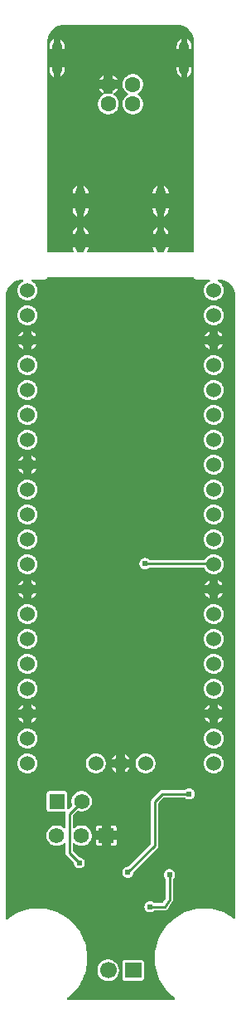
<source format=gbl>
G04 Layer: BottomLayer*
G04 EasyEDA v6.5.40, 2024-10-05 13:30:00*
G04 a67cddfb3fce44daa9051d46cbbcc19f,10*
G04 Gerber Generator version 0.2*
G04 Scale: 100 percent, Rotated: No, Reflected: No *
G04 Dimensions in millimeters *
G04 leading zeros omitted , absolute positions ,4 integer and 5 decimal *
%FSLAX45Y45*%
%MOMM*%

%ADD10C,0.2540*%
%ADD11R,1.5748X1.5748*%
%ADD12C,1.5748*%
%ADD13C,1.5240*%
%ADD14O,0.9999979999999999X3.4999930000000004*%
%ADD15C,1.6000*%
%ADD16R,1.7000X1.5748*%
%ADD17C,1.7000*%
%ADD18O,1.0999978000000001X2.3999952*%
%ADD19O,1.0999978000000001X2.7999944*%
%ADD20C,0.6200*%
%ADD21C,0.6100*%
%ADD22C,0.0175*%

%LPD*%
G36*
X461009Y7649972D02*
G01*
X457098Y7650734D01*
X453847Y7652969D01*
X451612Y7656271D01*
X450850Y7660131D01*
X450850Y9798964D01*
X451866Y9817506D01*
X454406Y9834422D01*
X458622Y9850983D01*
X464413Y9867036D01*
X471728Y9882479D01*
X480568Y9897110D01*
X490778Y9910775D01*
X502310Y9923373D01*
X514959Y9934854D01*
X528726Y9944963D01*
X543407Y9953701D01*
X558850Y9960965D01*
X574954Y9966655D01*
X591515Y9970770D01*
X608431Y9973208D01*
X625856Y9974072D01*
X1774139Y9974072D01*
X1792528Y9973106D01*
X1809445Y9970566D01*
X1826006Y9966401D01*
X1842058Y9960559D01*
X1857502Y9953244D01*
X1872081Y9944404D01*
X1885797Y9934194D01*
X1898396Y9922713D01*
X1909825Y9910013D01*
X1919986Y9896246D01*
X1928723Y9881565D01*
X1935988Y9866122D01*
X1941677Y9850018D01*
X1945792Y9833457D01*
X1948230Y9816541D01*
X1949094Y9799116D01*
X1949094Y7660131D01*
X1948332Y7656271D01*
X1946097Y7652969D01*
X1942795Y7650734D01*
X1938934Y7649972D01*
X1687728Y7649972D01*
X1683664Y7650835D01*
X1680260Y7653274D01*
X1678127Y7656880D01*
X1677619Y7660995D01*
X1678838Y7665008D01*
X1683461Y7673543D01*
X1687525Y7684363D01*
X1689963Y7695641D01*
X1690674Y7705801D01*
X1643735Y7705801D01*
X1643735Y7660131D01*
X1642973Y7656271D01*
X1640789Y7652969D01*
X1637487Y7650734D01*
X1633575Y7649972D01*
X1586230Y7649972D01*
X1582318Y7650734D01*
X1579016Y7652969D01*
X1576832Y7656271D01*
X1576070Y7660131D01*
X1576070Y7705801D01*
X1529130Y7705801D01*
X1529842Y7695641D01*
X1532280Y7684363D01*
X1536344Y7673543D01*
X1540967Y7665008D01*
X1542186Y7660995D01*
X1541678Y7656880D01*
X1539544Y7653274D01*
X1536141Y7650835D01*
X1532077Y7649972D01*
X867714Y7649972D01*
X863650Y7650835D01*
X860247Y7653274D01*
X858113Y7656880D01*
X857605Y7660995D01*
X858824Y7665008D01*
X863447Y7673543D01*
X867511Y7684363D01*
X869950Y7695641D01*
X870661Y7705801D01*
X823721Y7705801D01*
X823721Y7660131D01*
X822960Y7656271D01*
X820775Y7652969D01*
X817473Y7650734D01*
X813562Y7649972D01*
X766216Y7649972D01*
X762304Y7650734D01*
X759002Y7652969D01*
X756818Y7656271D01*
X756056Y7660131D01*
X756056Y7705801D01*
X709117Y7705801D01*
X709828Y7695641D01*
X712266Y7684363D01*
X716330Y7673543D01*
X720953Y7665008D01*
X722172Y7660995D01*
X721664Y7656880D01*
X719531Y7653274D01*
X716127Y7650835D01*
X712063Y7649972D01*
G37*

%LPC*%
G36*
X1643735Y7838490D02*
G01*
X1690674Y7838490D01*
X1689963Y7848650D01*
X1687525Y7859928D01*
X1683461Y7870748D01*
X1677924Y7880858D01*
X1671015Y7890103D01*
X1662836Y7898231D01*
X1653641Y7905191D01*
X1643735Y7910575D01*
G37*
G36*
X709117Y7838490D02*
G01*
X756056Y7838490D01*
X756056Y7910575D01*
X746150Y7905191D01*
X736955Y7898231D01*
X728776Y7890103D01*
X721868Y7880858D01*
X716330Y7870748D01*
X712266Y7859928D01*
X709828Y7848650D01*
G37*
G36*
X823721Y7838490D02*
G01*
X870661Y7838490D01*
X869950Y7848650D01*
X867511Y7859928D01*
X863447Y7870748D01*
X857961Y7880858D01*
X851001Y7890103D01*
X842873Y7898231D01*
X833628Y7905191D01*
X823721Y7910575D01*
G37*
G36*
X1529130Y7838490D02*
G01*
X1576070Y7838490D01*
X1576070Y7910575D01*
X1566164Y7905191D01*
X1556918Y7898231D01*
X1548790Y7890103D01*
X1541830Y7880858D01*
X1536344Y7870748D01*
X1532280Y7859928D01*
X1529842Y7848650D01*
G37*
G36*
X1576070Y8018678D02*
G01*
X1576070Y8100771D01*
X1528978Y8100771D01*
X1528978Y8092490D01*
X1529842Y8080603D01*
X1532280Y8069325D01*
X1536344Y8058505D01*
X1541830Y8048396D01*
X1548790Y8039150D01*
X1556918Y8031022D01*
X1566164Y8024063D01*
G37*
G36*
X756056Y8018678D02*
G01*
X756056Y8100771D01*
X708964Y8100771D01*
X708964Y8092490D01*
X709828Y8080603D01*
X712266Y8069325D01*
X716330Y8058505D01*
X721868Y8048396D01*
X728776Y8039150D01*
X736955Y8031022D01*
X746150Y8024063D01*
G37*
G36*
X823721Y8018678D02*
G01*
X833628Y8024063D01*
X842873Y8031022D01*
X851001Y8039150D01*
X857961Y8048396D01*
X863447Y8058505D01*
X867511Y8069325D01*
X869950Y8080603D01*
X870813Y8092490D01*
X870813Y8100771D01*
X823721Y8100771D01*
G37*
G36*
X1643735Y8018678D02*
G01*
X1653641Y8024063D01*
X1662836Y8031022D01*
X1671015Y8039150D01*
X1677924Y8048396D01*
X1683461Y8058505D01*
X1687525Y8069325D01*
X1689963Y8080603D01*
X1690827Y8092490D01*
X1690827Y8100771D01*
X1643735Y8100771D01*
G37*
G36*
X823721Y8253475D02*
G01*
X870813Y8253475D01*
X870813Y8261756D01*
X869950Y8273643D01*
X867511Y8284921D01*
X863447Y8295741D01*
X857961Y8305850D01*
X851001Y8315096D01*
X842873Y8323275D01*
X833628Y8330184D01*
X823721Y8335568D01*
G37*
G36*
X708964Y8253475D02*
G01*
X756056Y8253475D01*
X756056Y8335568D01*
X746150Y8330184D01*
X736955Y8323275D01*
X728776Y8315096D01*
X721868Y8305850D01*
X716330Y8295741D01*
X712266Y8284921D01*
X709828Y8273643D01*
X708964Y8261756D01*
G37*
G36*
X1643735Y8253475D02*
G01*
X1690827Y8253475D01*
X1690827Y8261756D01*
X1689963Y8273643D01*
X1687525Y8284921D01*
X1683461Y8295741D01*
X1677924Y8305850D01*
X1671015Y8315096D01*
X1662836Y8323275D01*
X1653641Y8330184D01*
X1643735Y8335568D01*
G37*
G36*
X1528978Y8253475D02*
G01*
X1576070Y8253475D01*
X1576070Y8335568D01*
X1566164Y8330184D01*
X1556918Y8323275D01*
X1548790Y8315096D01*
X1541830Y8305850D01*
X1536344Y8295741D01*
X1532280Y8284921D01*
X1529842Y8273643D01*
X1528978Y8261756D01*
G37*
G36*
X1075029Y9058605D02*
G01*
X1088847Y9059519D01*
X1102410Y9062212D01*
X1115517Y9066631D01*
X1127963Y9072778D01*
X1139444Y9080449D01*
X1149858Y9089593D01*
X1159002Y9100007D01*
X1166723Y9111538D01*
X1172819Y9123934D01*
X1177290Y9137091D01*
X1179982Y9150654D01*
X1180896Y9164472D01*
X1179982Y9178290D01*
X1177290Y9191904D01*
X1172819Y9205010D01*
X1166723Y9217406D01*
X1159002Y9228937D01*
X1149858Y9239351D01*
X1139444Y9248495D01*
X1128166Y9256014D01*
X1125372Y9258808D01*
X1123848Y9262516D01*
X1123848Y9266478D01*
X1125372Y9270136D01*
X1128166Y9272930D01*
X1139444Y9280448D01*
X1149858Y9289592D01*
X1159002Y9300006D01*
X1166723Y9311538D01*
X1169974Y9318142D01*
X1121359Y9318142D01*
X1121359Y9274505D01*
X1120648Y9270746D01*
X1118565Y9267494D01*
X1115466Y9265259D01*
X1111707Y9264345D01*
X1107948Y9264904D01*
X1102410Y9266732D01*
X1088847Y9269476D01*
X1075029Y9270339D01*
X1061161Y9269476D01*
X1047597Y9266732D01*
X1042060Y9264904D01*
X1038301Y9264345D01*
X1034542Y9265259D01*
X1031443Y9267494D01*
X1029360Y9270746D01*
X1028649Y9274505D01*
X1028649Y9318142D01*
X980033Y9318142D01*
X983284Y9311538D01*
X991006Y9300006D01*
X1000150Y9289592D01*
X1010564Y9280448D01*
X1021842Y9272930D01*
X1024636Y9270136D01*
X1026160Y9266478D01*
X1026160Y9262516D01*
X1024636Y9258808D01*
X1021842Y9256014D01*
X1010564Y9248495D01*
X1000150Y9239351D01*
X991006Y9228937D01*
X983284Y9217406D01*
X977188Y9205010D01*
X972718Y9191904D01*
X970026Y9178290D01*
X969111Y9164472D01*
X970026Y9150654D01*
X972718Y9137091D01*
X977188Y9123934D01*
X983284Y9111538D01*
X991006Y9100007D01*
X1000150Y9089593D01*
X1010564Y9080449D01*
X1022045Y9072778D01*
X1034491Y9066631D01*
X1047597Y9062212D01*
X1061161Y9059519D01*
G37*
G36*
X1325016Y9058605D02*
G01*
X1338834Y9059519D01*
X1352397Y9062212D01*
X1365504Y9066631D01*
X1377950Y9072778D01*
X1389481Y9080449D01*
X1399895Y9089593D01*
X1408988Y9100007D01*
X1416710Y9111538D01*
X1422806Y9123934D01*
X1427276Y9137091D01*
X1429969Y9150654D01*
X1430883Y9164472D01*
X1429969Y9178290D01*
X1427276Y9191904D01*
X1422806Y9205010D01*
X1416710Y9217406D01*
X1408988Y9228937D01*
X1399895Y9239351D01*
X1389481Y9248495D01*
X1378153Y9256014D01*
X1375359Y9258808D01*
X1373835Y9262516D01*
X1373835Y9266478D01*
X1375359Y9270136D01*
X1378153Y9272930D01*
X1389481Y9280448D01*
X1399895Y9289592D01*
X1408988Y9300006D01*
X1416710Y9311538D01*
X1422806Y9323933D01*
X1427276Y9337090D01*
X1429969Y9350654D01*
X1430883Y9364472D01*
X1429969Y9378289D01*
X1427276Y9391904D01*
X1422806Y9405010D01*
X1416710Y9417405D01*
X1408988Y9428937D01*
X1399895Y9439351D01*
X1389481Y9448495D01*
X1377950Y9456166D01*
X1365504Y9462312D01*
X1352397Y9466732D01*
X1338834Y9469475D01*
X1325016Y9470339D01*
X1311198Y9469475D01*
X1297584Y9466732D01*
X1284478Y9462312D01*
X1272082Y9456166D01*
X1260551Y9448495D01*
X1250137Y9439351D01*
X1240993Y9428937D01*
X1233322Y9417405D01*
X1227175Y9405010D01*
X1222705Y9391904D01*
X1220012Y9378289D01*
X1219098Y9364472D01*
X1220012Y9350654D01*
X1222705Y9337090D01*
X1227175Y9323933D01*
X1233322Y9311538D01*
X1240993Y9300006D01*
X1250137Y9289592D01*
X1260551Y9280448D01*
X1271828Y9272930D01*
X1274622Y9270136D01*
X1276146Y9266478D01*
X1276146Y9262516D01*
X1274622Y9258808D01*
X1271828Y9256014D01*
X1260551Y9248495D01*
X1250137Y9239351D01*
X1240993Y9228937D01*
X1233322Y9217406D01*
X1227175Y9205010D01*
X1222705Y9191904D01*
X1220012Y9178290D01*
X1219098Y9164472D01*
X1220012Y9150654D01*
X1222705Y9137091D01*
X1227175Y9123934D01*
X1233322Y9111538D01*
X1240993Y9100007D01*
X1250137Y9089593D01*
X1260551Y9080449D01*
X1272082Y9072778D01*
X1284478Y9066631D01*
X1297584Y9062212D01*
X1311198Y9059519D01*
G37*
G36*
X980033Y9410801D02*
G01*
X1028649Y9410801D01*
X1028649Y9459417D01*
X1022045Y9456166D01*
X1010564Y9448495D01*
X1000150Y9439351D01*
X991006Y9428937D01*
X983284Y9417405D01*
G37*
G36*
X1121359Y9410801D02*
G01*
X1169974Y9410801D01*
X1166723Y9417405D01*
X1159002Y9428937D01*
X1149858Y9439351D01*
X1139444Y9448495D01*
X1127963Y9456166D01*
X1121359Y9459417D01*
G37*
G36*
X1881327Y9441586D02*
G01*
X1887931Y9444786D01*
X1897329Y9451136D01*
X1905609Y9458858D01*
X1912670Y9467748D01*
X1918360Y9477552D01*
X1922525Y9488119D01*
X1925015Y9499142D01*
X1925929Y9510877D01*
X1925929Y9541611D01*
X1881327Y9541611D01*
G37*
G36*
X518668Y9441586D02*
G01*
X518668Y9541611D01*
X474116Y9541611D01*
X474116Y9510877D01*
X474980Y9499142D01*
X477469Y9488119D01*
X481634Y9477552D01*
X487324Y9467748D01*
X494385Y9458858D01*
X502666Y9451136D01*
X512064Y9444786D01*
G37*
G36*
X1818639Y9441586D02*
G01*
X1818639Y9541611D01*
X1774088Y9541611D01*
X1774088Y9510877D01*
X1774952Y9499142D01*
X1777492Y9488119D01*
X1781606Y9477552D01*
X1787296Y9467748D01*
X1794357Y9458858D01*
X1802688Y9451136D01*
X1812036Y9444786D01*
G37*
G36*
X581355Y9441586D02*
G01*
X587959Y9444786D01*
X597306Y9451136D01*
X605637Y9458858D01*
X612698Y9467748D01*
X618388Y9477552D01*
X622503Y9488119D01*
X625043Y9499142D01*
X625906Y9510877D01*
X625906Y9541611D01*
X581355Y9541611D01*
G37*
G36*
X1881327Y9729317D02*
G01*
X1925929Y9729317D01*
X1925929Y9760102D01*
X1925015Y9771786D01*
X1922525Y9782860D01*
X1918360Y9793376D01*
X1912670Y9803231D01*
X1905609Y9812070D01*
X1897329Y9819792D01*
X1887931Y9826193D01*
X1881327Y9829342D01*
G37*
G36*
X1774088Y9729317D02*
G01*
X1818639Y9729317D01*
X1818639Y9829342D01*
X1812036Y9826193D01*
X1802688Y9819792D01*
X1794357Y9812070D01*
X1787296Y9803231D01*
X1781606Y9793376D01*
X1777492Y9782860D01*
X1774952Y9771786D01*
X1774088Y9760102D01*
G37*
G36*
X474116Y9729317D02*
G01*
X518668Y9729317D01*
X518668Y9829342D01*
X512064Y9826193D01*
X502666Y9819792D01*
X494385Y9812070D01*
X487324Y9803231D01*
X481634Y9793376D01*
X477469Y9782860D01*
X474980Y9771786D01*
X474116Y9760102D01*
G37*
G36*
X581355Y9729317D02*
G01*
X625906Y9729317D01*
X625906Y9760102D01*
X625043Y9771786D01*
X622503Y9782860D01*
X618388Y9793376D01*
X612698Y9803231D01*
X605637Y9812070D01*
X597306Y9819792D01*
X587959Y9826193D01*
X581355Y9829342D01*
G37*

%LPD*%
G36*
X663041Y25908D02*
G01*
X658876Y26771D01*
X655472Y29311D01*
X653338Y32969D01*
X652932Y37185D01*
X654304Y41249D01*
X657148Y44348D01*
X659688Y46177D01*
X683920Y65684D01*
X706932Y86715D01*
X728573Y109118D01*
X748842Y132791D01*
X767588Y157683D01*
X784707Y183642D01*
X800252Y210667D01*
X814120Y238556D01*
X826211Y267258D01*
X836523Y296621D01*
X844956Y326644D01*
X851560Y357073D01*
X856284Y387858D01*
X859078Y418846D01*
X859993Y449986D01*
X859078Y481126D01*
X856284Y512165D01*
X851560Y542950D01*
X844956Y573379D01*
X836523Y603351D01*
X826211Y632764D01*
X814120Y661466D01*
X800252Y689356D01*
X784707Y716381D01*
X767588Y742340D01*
X748842Y767232D01*
X728573Y790905D01*
X706932Y813308D01*
X683920Y834288D01*
X659688Y853846D01*
X634288Y871880D01*
X607822Y888288D01*
X580390Y903020D01*
X552094Y916076D01*
X523036Y927353D01*
X493369Y936802D01*
X463194Y944422D01*
X432562Y950112D01*
X401675Y953973D01*
X370586Y955903D01*
X339394Y955903D01*
X308305Y953973D01*
X277418Y950112D01*
X246786Y944422D01*
X216611Y936802D01*
X186944Y927353D01*
X157886Y916076D01*
X129590Y903020D01*
X102158Y888288D01*
X75692Y871880D01*
X50292Y853846D01*
X42468Y847496D01*
X39116Y845718D01*
X35356Y845312D01*
X31699Y846277D01*
X28651Y848512D01*
X26619Y851712D01*
X25908Y855421D01*
X25908Y7199122D01*
X26873Y7217562D01*
X29413Y7234428D01*
X33578Y7250988D01*
X39420Y7267041D01*
X46736Y7282484D01*
X55575Y7297115D01*
X65786Y7310780D01*
X77266Y7323378D01*
X89966Y7334859D01*
X103733Y7344968D01*
X118414Y7353706D01*
X133858Y7360970D01*
X149961Y7366660D01*
X166522Y7370775D01*
X183438Y7373264D01*
X198018Y7373975D01*
X201879Y7373467D01*
X205232Y7371486D01*
X207619Y7368438D01*
X208686Y7364679D01*
X208279Y7360818D01*
X206400Y7357414D01*
X203454Y7354925D01*
X192481Y7348931D01*
X181508Y7340853D01*
X171704Y7331354D01*
X163220Y7320635D01*
X156260Y7308900D01*
X150977Y7296353D01*
X147370Y7283196D01*
X145542Y7269683D01*
X145542Y7256068D01*
X147370Y7242556D01*
X150977Y7229398D01*
X156260Y7216851D01*
X163220Y7205116D01*
X171704Y7194397D01*
X181508Y7184898D01*
X192481Y7176820D01*
X204419Y7170267D01*
X217170Y7165390D01*
X230428Y7162190D01*
X243992Y7160869D01*
X257606Y7161326D01*
X271068Y7163562D01*
X284073Y7167625D01*
X296468Y7173366D01*
X307949Y7180681D01*
X318363Y7189470D01*
X327507Y7199630D01*
X335229Y7210856D01*
X341376Y7222998D01*
X345846Y7235901D01*
X348589Y7249261D01*
X349504Y7262875D01*
X348589Y7276490D01*
X345846Y7289850D01*
X341376Y7302753D01*
X335229Y7314895D01*
X327507Y7326122D01*
X318363Y7336281D01*
X307949Y7345070D01*
X296468Y7352385D01*
X291388Y7354773D01*
X288239Y7357059D01*
X286156Y7360361D01*
X285496Y7364222D01*
X286359Y7368031D01*
X288544Y7371232D01*
X291846Y7373366D01*
X295656Y7374128D01*
X424332Y7374128D01*
X430834Y7374940D01*
X436372Y7377023D01*
X441502Y7380579D01*
X444550Y7383576D01*
X447141Y7387183D01*
X450189Y7393940D01*
X452424Y7397140D01*
X455676Y7399223D01*
X459435Y7399985D01*
X1940458Y7399985D01*
X1944370Y7399223D01*
X1947672Y7396988D01*
X1949856Y7393635D01*
X1951888Y7388656D01*
X1955495Y7383424D01*
X1958543Y7380376D01*
X1962150Y7377734D01*
X1967687Y7375245D01*
X1975154Y7374077D01*
X2103729Y7374128D01*
X2108047Y7373162D01*
X2111552Y7370419D01*
X2113584Y7366457D01*
X2113737Y7362037D01*
X2111959Y7357973D01*
X2108606Y7355027D01*
X2097481Y7348931D01*
X2086508Y7340853D01*
X2076704Y7331354D01*
X2068220Y7320635D01*
X2061260Y7308900D01*
X2055977Y7296353D01*
X2052370Y7283196D01*
X2050542Y7269683D01*
X2050542Y7256068D01*
X2052370Y7242556D01*
X2055977Y7229398D01*
X2061260Y7216851D01*
X2068220Y7205116D01*
X2076704Y7194397D01*
X2086508Y7184898D01*
X2097481Y7176820D01*
X2109419Y7170267D01*
X2122170Y7165390D01*
X2135428Y7162190D01*
X2148992Y7160869D01*
X2162606Y7161326D01*
X2176068Y7163562D01*
X2189073Y7167625D01*
X2201468Y7173366D01*
X2212949Y7180681D01*
X2223363Y7189470D01*
X2232507Y7199630D01*
X2240229Y7210856D01*
X2246376Y7222998D01*
X2250846Y7235901D01*
X2253589Y7249261D01*
X2254504Y7262875D01*
X2253589Y7276490D01*
X2250846Y7289850D01*
X2246376Y7302753D01*
X2240229Y7314895D01*
X2232507Y7326122D01*
X2223363Y7336281D01*
X2212949Y7345070D01*
X2201468Y7352385D01*
X2196592Y7354671D01*
X2193391Y7357008D01*
X2191308Y7360412D01*
X2190699Y7364323D01*
X2191664Y7368184D01*
X2194052Y7371384D01*
X2197455Y7373467D01*
X2201367Y7374026D01*
X2217521Y7373162D01*
X2234438Y7370572D01*
X2250998Y7366406D01*
X2267051Y7360564D01*
X2282494Y7353249D01*
X2297125Y7344409D01*
X2310790Y7334199D01*
X2323388Y7322718D01*
X2334869Y7310018D01*
X2344978Y7296251D01*
X2353716Y7281570D01*
X2360980Y7266127D01*
X2366670Y7250023D01*
X2370785Y7233462D01*
X2373223Y7216546D01*
X2374087Y7199122D01*
X2374138Y863244D01*
X2373172Y858977D01*
X2370480Y855471D01*
X2366568Y853440D01*
X2362149Y853287D01*
X2358085Y854964D01*
X2334310Y871880D01*
X2307844Y888288D01*
X2280412Y903020D01*
X2252116Y916076D01*
X2223058Y927353D01*
X2193391Y936802D01*
X2163165Y944422D01*
X2132584Y950112D01*
X2101646Y953973D01*
X2070557Y955903D01*
X2039416Y955903D01*
X2008327Y953973D01*
X1977440Y950112D01*
X1946808Y944422D01*
X1916582Y936802D01*
X1886915Y927353D01*
X1857908Y916076D01*
X1829612Y903020D01*
X1802180Y888288D01*
X1775714Y871880D01*
X1750314Y853846D01*
X1726031Y834288D01*
X1703070Y813308D01*
X1681378Y790905D01*
X1661160Y767232D01*
X1642414Y742340D01*
X1625244Y716330D01*
X1609699Y689356D01*
X1595882Y661466D01*
X1583791Y632764D01*
X1573479Y603351D01*
X1564995Y573379D01*
X1558391Y542950D01*
X1553718Y512165D01*
X1550873Y481126D01*
X1550009Y450037D01*
X1550873Y418846D01*
X1553718Y387858D01*
X1558391Y357073D01*
X1564995Y326593D01*
X1573479Y296621D01*
X1583791Y267258D01*
X1595882Y238556D01*
X1609699Y210616D01*
X1625244Y183642D01*
X1642414Y157632D01*
X1661160Y132791D01*
X1681378Y109118D01*
X1703070Y86715D01*
X1726031Y65684D01*
X1750314Y46177D01*
X1752854Y44348D01*
X1755698Y41249D01*
X1757070Y37185D01*
X1756613Y32969D01*
X1754530Y29311D01*
X1751126Y26771D01*
X1746961Y25908D01*
G37*

%LPC*%
G36*
X1069441Y214172D02*
G01*
X1083665Y214629D01*
X1097686Y216916D01*
X1111300Y220929D01*
X1124305Y226669D01*
X1136446Y234035D01*
X1147572Y242925D01*
X1157427Y253136D01*
X1165910Y264515D01*
X1172921Y276910D01*
X1178255Y290068D01*
X1181862Y303784D01*
X1183640Y317906D01*
X1183640Y332079D01*
X1181862Y346202D01*
X1178255Y359918D01*
X1172921Y373126D01*
X1165910Y385470D01*
X1157427Y396900D01*
X1147572Y407060D01*
X1136446Y415950D01*
X1124305Y423316D01*
X1111300Y429056D01*
X1097686Y433120D01*
X1083665Y435356D01*
X1069441Y435813D01*
X1055319Y434441D01*
X1041450Y431292D01*
X1028090Y426415D01*
X1015492Y419811D01*
X1003858Y411683D01*
X993343Y402132D01*
X984148Y391312D01*
X976376Y379425D01*
X970229Y366623D01*
X965758Y353110D01*
X963015Y339191D01*
X962101Y325018D01*
X963015Y310794D01*
X965758Y296875D01*
X970229Y283362D01*
X976376Y270560D01*
X984148Y258673D01*
X993343Y247853D01*
X1003858Y238302D01*
X1015492Y230174D01*
X1028090Y223621D01*
X1041450Y218694D01*
X1055319Y215544D01*
G37*
G36*
X1242568Y220370D02*
G01*
X1411427Y220370D01*
X1417726Y221081D01*
X1423212Y222961D01*
X1428089Y226060D01*
X1432204Y230124D01*
X1435303Y235051D01*
X1437182Y240487D01*
X1437894Y246837D01*
X1437894Y403148D01*
X1437182Y409498D01*
X1435303Y414934D01*
X1432204Y419862D01*
X1428089Y423926D01*
X1423212Y427024D01*
X1417726Y428955D01*
X1411427Y429666D01*
X1242568Y429666D01*
X1236268Y428955D01*
X1230782Y427024D01*
X1225905Y423926D01*
X1221790Y419862D01*
X1218692Y414934D01*
X1216812Y409498D01*
X1216101Y403148D01*
X1216101Y246837D01*
X1216812Y240487D01*
X1218692Y235051D01*
X1221790Y230124D01*
X1225905Y226060D01*
X1230782Y222961D01*
X1236268Y221081D01*
G37*
G36*
X1502410Y918159D02*
G01*
X1511960Y919429D01*
X1521206Y922223D01*
X1529791Y926592D01*
X1541830Y935583D01*
X1545793Y936396D01*
X1649475Y936396D01*
X1657502Y937158D01*
X1664766Y939393D01*
X1671421Y942949D01*
X1677263Y947724D01*
X1682394Y953973D01*
X1731822Y1028192D01*
X1735632Y1035253D01*
X1737817Y1042466D01*
X1738630Y1050493D01*
X1738630Y1256690D01*
X1739341Y1260500D01*
X1741424Y1263700D01*
X1744268Y1266647D01*
X1749653Y1274673D01*
X1753616Y1283462D01*
X1756054Y1292758D01*
X1756867Y1302359D01*
X1756054Y1312011D01*
X1753616Y1321308D01*
X1749653Y1330096D01*
X1744268Y1338122D01*
X1737563Y1345082D01*
X1729790Y1350822D01*
X1721205Y1355140D01*
X1711960Y1357985D01*
X1702409Y1359204D01*
X1692757Y1358798D01*
X1683359Y1356766D01*
X1674368Y1353159D01*
X1666189Y1348130D01*
X1658924Y1341729D01*
X1652879Y1334211D01*
X1648155Y1325829D01*
X1644954Y1316736D01*
X1643329Y1307185D01*
X1643329Y1297584D01*
X1644954Y1288034D01*
X1648155Y1278940D01*
X1652879Y1270558D01*
X1659128Y1262786D01*
X1660804Y1259789D01*
X1661414Y1256385D01*
X1661414Y1064768D01*
X1660956Y1061821D01*
X1659686Y1059129D01*
X1632356Y1018133D01*
X1630070Y1015695D01*
X1627174Y1014120D01*
X1623872Y1013612D01*
X1545844Y1013612D01*
X1541830Y1014425D01*
X1529791Y1023416D01*
X1521206Y1027785D01*
X1511960Y1030579D01*
X1502410Y1031849D01*
X1492758Y1031392D01*
X1483360Y1029360D01*
X1474368Y1025804D01*
X1466189Y1020724D01*
X1458925Y1014374D01*
X1452880Y1006856D01*
X1448155Y998423D01*
X1444955Y989330D01*
X1443329Y979830D01*
X1443329Y970178D01*
X1444955Y960678D01*
X1448155Y951585D01*
X1452880Y943152D01*
X1458925Y935634D01*
X1466189Y929284D01*
X1474368Y924204D01*
X1483360Y920648D01*
X1492758Y918616D01*
G37*
G36*
X1277416Y1268171D02*
G01*
X1286967Y1269390D01*
X1296212Y1272235D01*
X1304798Y1276553D01*
X1312570Y1282293D01*
X1319276Y1289253D01*
X1324660Y1297279D01*
X1328623Y1306068D01*
X1331061Y1315364D01*
X1331772Y1323797D01*
X1332687Y1327200D01*
X1334719Y1330096D01*
X1576679Y1572056D01*
X1581810Y1578305D01*
X1585366Y1584960D01*
X1587550Y1592224D01*
X1588312Y1600200D01*
X1588008Y2029663D01*
X1588770Y2033574D01*
X1590954Y2036825D01*
X1638198Y2084374D01*
X1641500Y2086610D01*
X1645412Y2087372D01*
X1853133Y2087372D01*
X1856739Y2086711D01*
X1859838Y2084832D01*
X1866188Y2079243D01*
X1874367Y2074214D01*
X1883359Y2070607D01*
X1892757Y2068575D01*
X1902409Y2068169D01*
X1911959Y2069388D01*
X1921205Y2072233D01*
X1929790Y2076551D01*
X1937562Y2082292D01*
X1944268Y2089251D01*
X1949653Y2097278D01*
X1953615Y2106066D01*
X1956054Y2115362D01*
X1956866Y2124964D01*
X1956054Y2134616D01*
X1953615Y2143912D01*
X1949653Y2152700D01*
X1944268Y2160727D01*
X1937562Y2167686D01*
X1929790Y2173427D01*
X1921205Y2177745D01*
X1911959Y2180590D01*
X1902409Y2181809D01*
X1892757Y2181402D01*
X1883359Y2179370D01*
X1874367Y2175764D01*
X1866188Y2170734D01*
X1862074Y2167128D01*
X1858975Y2165248D01*
X1855368Y2164588D01*
X1625600Y2164588D01*
X1617573Y2163775D01*
X1610360Y2161590D01*
X1603654Y2158034D01*
X1597456Y2152954D01*
X1522374Y2077313D01*
X1517345Y2071166D01*
X1513789Y2064512D01*
X1511554Y2057298D01*
X1510792Y2049272D01*
X1511096Y1619910D01*
X1510334Y1616049D01*
X1508150Y1612747D01*
X1280007Y1384604D01*
X1276908Y1382471D01*
X1273251Y1381658D01*
X1267764Y1381404D01*
X1258366Y1379372D01*
X1249375Y1375765D01*
X1241196Y1370736D01*
X1233932Y1364335D01*
X1227886Y1356817D01*
X1223162Y1348435D01*
X1219962Y1339342D01*
X1218336Y1329791D01*
X1218336Y1320190D01*
X1219962Y1310640D01*
X1223162Y1301546D01*
X1227886Y1293164D01*
X1233932Y1285646D01*
X1241196Y1279245D01*
X1249375Y1274216D01*
X1258366Y1270609D01*
X1267764Y1268577D01*
G37*
G36*
X780491Y1365097D02*
G01*
X790041Y1366316D01*
X799287Y1369161D01*
X807872Y1373479D01*
X815644Y1379220D01*
X822350Y1386179D01*
X827735Y1394206D01*
X831697Y1402994D01*
X834136Y1412290D01*
X834948Y1421892D01*
X834136Y1431544D01*
X831697Y1440840D01*
X827735Y1449628D01*
X822350Y1457655D01*
X815644Y1464614D01*
X807872Y1470355D01*
X799287Y1474673D01*
X790041Y1477518D01*
X780491Y1478737D01*
X776376Y1479448D01*
X772871Y1481683D01*
X716584Y1538020D01*
X714400Y1541322D01*
X713638Y1545183D01*
X713638Y1614474D01*
X714349Y1618234D01*
X716432Y1621485D01*
X719582Y1623720D01*
X723341Y1624634D01*
X727151Y1624076D01*
X730453Y1622094D01*
X736295Y1617014D01*
X747674Y1609394D01*
X759968Y1603349D01*
X772922Y1598930D01*
X786333Y1596288D01*
X799998Y1595374D01*
X813663Y1596288D01*
X827074Y1598930D01*
X840028Y1603349D01*
X852322Y1609394D01*
X863701Y1617014D01*
X873963Y1626006D01*
X883005Y1636318D01*
X890625Y1647698D01*
X896670Y1659940D01*
X901039Y1672894D01*
X903732Y1686356D01*
X904646Y1699971D01*
X903732Y1713636D01*
X901039Y1727098D01*
X896670Y1740052D01*
X890625Y1752295D01*
X883005Y1763674D01*
X873963Y1773986D01*
X863701Y1782978D01*
X852322Y1790598D01*
X840028Y1796643D01*
X827074Y1801063D01*
X813663Y1803704D01*
X799998Y1804619D01*
X786333Y1803704D01*
X772922Y1801063D01*
X759968Y1796643D01*
X747674Y1790598D01*
X736295Y1782978D01*
X730453Y1777898D01*
X727151Y1775917D01*
X723341Y1775358D01*
X719582Y1776272D01*
X716432Y1778507D01*
X714349Y1781759D01*
X713638Y1785518D01*
X713638Y1902815D01*
X714400Y1906676D01*
X716584Y1909978D01*
X756005Y1949399D01*
X759053Y1951482D01*
X762711Y1952345D01*
X766419Y1951837D01*
X774903Y1948942D01*
X788365Y1946249D01*
X801979Y1945386D01*
X815644Y1946249D01*
X829056Y1948942D01*
X842060Y1953310D01*
X854303Y1959406D01*
X865682Y1966975D01*
X875995Y1976018D01*
X884986Y1986280D01*
X892606Y1997659D01*
X898652Y2009952D01*
X903071Y2022906D01*
X905713Y2036318D01*
X906627Y2049983D01*
X905713Y2063648D01*
X903071Y2077059D01*
X898652Y2090013D01*
X892606Y2102307D01*
X884986Y2113686D01*
X875995Y2123998D01*
X865682Y2132990D01*
X854303Y2140610D01*
X842060Y2146655D01*
X829056Y2151075D01*
X815644Y2153716D01*
X801979Y2154631D01*
X788365Y2153716D01*
X774903Y2151075D01*
X761949Y2146655D01*
X749706Y2140610D01*
X738327Y2132990D01*
X728014Y2123998D01*
X718972Y2113686D01*
X711403Y2102307D01*
X705358Y2090013D01*
X700938Y2077059D01*
X698246Y2063648D01*
X697382Y2049983D01*
X698246Y2036318D01*
X700938Y2022906D01*
X703834Y2014423D01*
X704342Y2010714D01*
X703478Y2007057D01*
X701395Y2003958D01*
X670001Y1972614D01*
X666699Y1970379D01*
X662787Y1969617D01*
X658926Y1970379D01*
X655624Y1972614D01*
X653440Y1975866D01*
X652627Y1979777D01*
X652627Y2128164D01*
X651916Y2134463D01*
X650036Y2139950D01*
X646938Y2144826D01*
X642874Y2148941D01*
X637946Y2152040D01*
X632510Y2153920D01*
X626160Y2154631D01*
X469849Y2154631D01*
X463499Y2153920D01*
X458063Y2152040D01*
X453135Y2148941D01*
X449072Y2144826D01*
X445973Y2139950D01*
X444042Y2134463D01*
X443331Y2128164D01*
X443331Y1971802D01*
X444042Y1965502D01*
X445973Y1960067D01*
X449072Y1955139D01*
X453135Y1951075D01*
X458063Y1947976D01*
X463499Y1946046D01*
X469849Y1945335D01*
X626160Y1945335D01*
X630885Y1945081D01*
X634390Y1943252D01*
X636981Y1940153D01*
X638149Y1936343D01*
X637743Y1932381D01*
X637184Y1930501D01*
X636422Y1922525D01*
X636422Y1782013D01*
X635660Y1778203D01*
X633577Y1775002D01*
X630428Y1772767D01*
X626668Y1771853D01*
X622858Y1772412D01*
X619556Y1774342D01*
X609701Y1782978D01*
X598322Y1790598D01*
X586028Y1796643D01*
X573074Y1801063D01*
X559663Y1803704D01*
X545998Y1804619D01*
X532333Y1803704D01*
X518922Y1801063D01*
X505968Y1796643D01*
X493674Y1790598D01*
X482295Y1782978D01*
X472033Y1773986D01*
X462991Y1763674D01*
X455371Y1752295D01*
X449326Y1740052D01*
X444957Y1727098D01*
X442264Y1713636D01*
X441350Y1699971D01*
X442264Y1686356D01*
X444957Y1672894D01*
X449326Y1659940D01*
X455371Y1647698D01*
X462991Y1636318D01*
X472033Y1626006D01*
X482295Y1617014D01*
X493674Y1609394D01*
X505968Y1603349D01*
X518922Y1598930D01*
X532333Y1596288D01*
X545998Y1595374D01*
X559663Y1596288D01*
X573074Y1598930D01*
X586028Y1603349D01*
X598322Y1609394D01*
X609701Y1617014D01*
X619556Y1625650D01*
X622858Y1627581D01*
X626668Y1628139D01*
X630428Y1627225D01*
X633577Y1624990D01*
X635660Y1621790D01*
X636422Y1617980D01*
X636422Y1525473D01*
X637184Y1517446D01*
X639368Y1510233D01*
X642924Y1503578D01*
X648055Y1497330D01*
X718413Y1426972D01*
X720648Y1423670D01*
X721410Y1419758D01*
X721410Y1417116D01*
X723036Y1407566D01*
X726236Y1398473D01*
X730961Y1390091D01*
X737006Y1382572D01*
X744270Y1376172D01*
X752449Y1371142D01*
X761441Y1367536D01*
X770839Y1365504D01*
G37*
G36*
X1099718Y1595323D02*
G01*
X1132179Y1595323D01*
X1138478Y1596085D01*
X1143965Y1597964D01*
X1148842Y1601063D01*
X1152956Y1605127D01*
X1156004Y1610055D01*
X1157935Y1615490D01*
X1158646Y1621840D01*
X1158646Y1654251D01*
X1099718Y1654251D01*
G37*
G36*
X975817Y1595323D02*
G01*
X1008278Y1595323D01*
X1008278Y1654251D01*
X949350Y1654251D01*
X949350Y1621840D01*
X950061Y1615490D01*
X951992Y1610055D01*
X955040Y1605127D01*
X959154Y1601063D01*
X964031Y1597964D01*
X969518Y1596085D01*
G37*
G36*
X1099718Y1745691D02*
G01*
X1158646Y1745691D01*
X1158646Y1778152D01*
X1157935Y1784502D01*
X1156004Y1789938D01*
X1152956Y1794865D01*
X1148842Y1798929D01*
X1143965Y1802028D01*
X1138478Y1803907D01*
X1132179Y1804619D01*
X1099718Y1804619D01*
G37*
G36*
X949350Y1745691D02*
G01*
X1008278Y1745691D01*
X1008278Y1804619D01*
X975817Y1804619D01*
X969518Y1803907D01*
X964031Y1802028D01*
X959154Y1798929D01*
X955040Y1794865D01*
X951992Y1789938D01*
X950061Y1784502D01*
X949350Y1778152D01*
G37*
G36*
X1450492Y2334869D02*
G01*
X1464106Y2335326D01*
X1477568Y2337562D01*
X1490573Y2341626D01*
X1502968Y2347366D01*
X1514449Y2354681D01*
X1524863Y2363470D01*
X1534007Y2373630D01*
X1541729Y2384856D01*
X1547876Y2396998D01*
X1552346Y2409901D01*
X1555089Y2423261D01*
X1556004Y2436876D01*
X1555089Y2450490D01*
X1552346Y2463850D01*
X1547876Y2476754D01*
X1541729Y2488895D01*
X1534007Y2500122D01*
X1524863Y2510282D01*
X1514449Y2519070D01*
X1502968Y2526385D01*
X1490573Y2532126D01*
X1477568Y2536190D01*
X1464106Y2538425D01*
X1450492Y2538882D01*
X1436928Y2537561D01*
X1423670Y2534361D01*
X1410919Y2529484D01*
X1398981Y2522931D01*
X1388008Y2514854D01*
X1378204Y2505354D01*
X1369720Y2494635D01*
X1362760Y2482900D01*
X1357477Y2470353D01*
X1353870Y2457196D01*
X1352042Y2443683D01*
X1352042Y2430068D01*
X1353870Y2416556D01*
X1357477Y2403398D01*
X1362760Y2390851D01*
X1369720Y2379116D01*
X1378204Y2368397D01*
X1388008Y2358898D01*
X1398981Y2350820D01*
X1410919Y2344267D01*
X1423670Y2339390D01*
X1436928Y2336190D01*
G37*
G36*
X243992Y2334869D02*
G01*
X257606Y2335326D01*
X271068Y2337562D01*
X284073Y2341626D01*
X296468Y2347366D01*
X307949Y2354681D01*
X318363Y2363470D01*
X327507Y2373630D01*
X335229Y2384856D01*
X341376Y2396998D01*
X345846Y2409901D01*
X348589Y2423261D01*
X349504Y2436876D01*
X348589Y2450490D01*
X345846Y2463850D01*
X341376Y2476754D01*
X335229Y2488895D01*
X327507Y2500122D01*
X318363Y2510282D01*
X307949Y2519070D01*
X296468Y2526385D01*
X284073Y2532126D01*
X271068Y2536190D01*
X257606Y2538425D01*
X243992Y2538882D01*
X230428Y2537561D01*
X217170Y2534361D01*
X204419Y2529484D01*
X192481Y2522931D01*
X181508Y2514854D01*
X171704Y2505354D01*
X163220Y2494635D01*
X156260Y2482900D01*
X150977Y2470353D01*
X147370Y2457196D01*
X145542Y2443683D01*
X145542Y2430068D01*
X147370Y2416556D01*
X150977Y2403398D01*
X156260Y2390851D01*
X163220Y2379116D01*
X171704Y2368397D01*
X181508Y2358898D01*
X192481Y2350820D01*
X204419Y2344267D01*
X217170Y2339390D01*
X230428Y2336190D01*
G37*
G36*
X942492Y2334869D02*
G01*
X956106Y2335326D01*
X969568Y2337562D01*
X982573Y2341626D01*
X994968Y2347366D01*
X1006449Y2354681D01*
X1016863Y2363470D01*
X1026007Y2373630D01*
X1033729Y2384856D01*
X1039876Y2396998D01*
X1044346Y2409901D01*
X1047089Y2423261D01*
X1048003Y2436876D01*
X1047089Y2450490D01*
X1044346Y2463850D01*
X1039876Y2476754D01*
X1033729Y2488895D01*
X1026007Y2500122D01*
X1016863Y2510282D01*
X1006449Y2519070D01*
X994968Y2526385D01*
X982573Y2532126D01*
X969568Y2536190D01*
X956106Y2538425D01*
X942492Y2538882D01*
X928928Y2537561D01*
X915669Y2534361D01*
X902919Y2529484D01*
X890981Y2522931D01*
X880008Y2514854D01*
X870203Y2505354D01*
X861720Y2494635D01*
X854760Y2482900D01*
X849477Y2470353D01*
X845870Y2457196D01*
X844042Y2443683D01*
X844042Y2430068D01*
X845870Y2416556D01*
X849477Y2403398D01*
X854760Y2390851D01*
X861720Y2379116D01*
X870203Y2368397D01*
X880008Y2358898D01*
X890981Y2350820D01*
X902919Y2344267D01*
X915669Y2339390D01*
X928928Y2336190D01*
G37*
G36*
X2148992Y2334869D02*
G01*
X2162606Y2335326D01*
X2176068Y2337562D01*
X2189073Y2341626D01*
X2201468Y2347366D01*
X2212949Y2354681D01*
X2223363Y2363470D01*
X2232507Y2373630D01*
X2240229Y2384856D01*
X2246376Y2396998D01*
X2250846Y2409901D01*
X2253589Y2423261D01*
X2254504Y2436876D01*
X2253589Y2450490D01*
X2250846Y2463850D01*
X2246376Y2476754D01*
X2240229Y2488895D01*
X2232507Y2500122D01*
X2223363Y2510282D01*
X2212949Y2519070D01*
X2201468Y2526385D01*
X2189073Y2532126D01*
X2176068Y2536190D01*
X2162606Y2538425D01*
X2148992Y2538882D01*
X2135428Y2537561D01*
X2122170Y2534361D01*
X2109419Y2529484D01*
X2097481Y2522931D01*
X2086508Y2514854D01*
X2076704Y2505354D01*
X2068220Y2494635D01*
X2061260Y2482900D01*
X2055977Y2470353D01*
X2052370Y2457196D01*
X2050542Y2443683D01*
X2050542Y2430068D01*
X2052370Y2416556D01*
X2055977Y2403398D01*
X2061260Y2390851D01*
X2068220Y2379116D01*
X2076704Y2368397D01*
X2086508Y2358898D01*
X2097481Y2350820D01*
X2109419Y2344267D01*
X2122170Y2339390D01*
X2135428Y2336190D01*
G37*
G36*
X1155446Y2345080D02*
G01*
X1155446Y2392426D01*
X1108100Y2392426D01*
X1108760Y2390851D01*
X1115720Y2379116D01*
X1124204Y2368397D01*
X1134008Y2358898D01*
X1144981Y2350820D01*
G37*
G36*
X1244346Y2345232D02*
G01*
X1248968Y2347366D01*
X1260449Y2354681D01*
X1270863Y2363470D01*
X1280007Y2373630D01*
X1287729Y2384856D01*
X1291539Y2392426D01*
X1244346Y2392426D01*
G37*
G36*
X1244346Y2481326D02*
G01*
X1291539Y2481326D01*
X1287729Y2488895D01*
X1280007Y2500122D01*
X1270863Y2510282D01*
X1260449Y2519070D01*
X1248968Y2526385D01*
X1244346Y2528519D01*
G37*
G36*
X1108100Y2481326D02*
G01*
X1155446Y2481326D01*
X1155446Y2528671D01*
X1144981Y2522931D01*
X1134008Y2514854D01*
X1124204Y2505354D01*
X1115720Y2494635D01*
X1108760Y2482900D01*
G37*
G36*
X243992Y2588869D02*
G01*
X257606Y2589326D01*
X271068Y2591562D01*
X284073Y2595626D01*
X296468Y2601366D01*
X307949Y2608681D01*
X318363Y2617470D01*
X327507Y2627630D01*
X335229Y2638856D01*
X341376Y2650998D01*
X345846Y2663901D01*
X348589Y2677261D01*
X349504Y2690876D01*
X348589Y2704490D01*
X345846Y2717850D01*
X341376Y2730754D01*
X335229Y2742895D01*
X327507Y2754122D01*
X318363Y2764282D01*
X307949Y2773070D01*
X296468Y2780385D01*
X284073Y2786126D01*
X271068Y2790190D01*
X257606Y2792425D01*
X243992Y2792882D01*
X230428Y2791561D01*
X217170Y2788361D01*
X204419Y2783484D01*
X192481Y2776931D01*
X181508Y2768854D01*
X171704Y2759354D01*
X163220Y2748635D01*
X156260Y2736900D01*
X150977Y2724353D01*
X147370Y2711196D01*
X145542Y2697683D01*
X145542Y2684068D01*
X147370Y2670556D01*
X150977Y2657398D01*
X156260Y2644851D01*
X163220Y2633116D01*
X171704Y2622397D01*
X181508Y2612898D01*
X192481Y2604820D01*
X204419Y2598267D01*
X217170Y2593390D01*
X230428Y2590190D01*
G37*
G36*
X2148992Y2588869D02*
G01*
X2162606Y2589326D01*
X2176068Y2591562D01*
X2189073Y2595626D01*
X2201468Y2601366D01*
X2212949Y2608681D01*
X2223363Y2617470D01*
X2232507Y2627630D01*
X2240229Y2638856D01*
X2246376Y2650998D01*
X2250846Y2663901D01*
X2253589Y2677261D01*
X2254504Y2690876D01*
X2253589Y2704490D01*
X2250846Y2717850D01*
X2246376Y2730754D01*
X2240229Y2742895D01*
X2232507Y2754122D01*
X2223363Y2764282D01*
X2212949Y2773070D01*
X2201468Y2780385D01*
X2189073Y2786126D01*
X2176068Y2790190D01*
X2162606Y2792425D01*
X2148992Y2792882D01*
X2135428Y2791561D01*
X2122170Y2788361D01*
X2109419Y2783484D01*
X2097481Y2776931D01*
X2086508Y2768854D01*
X2076704Y2759354D01*
X2068220Y2748635D01*
X2061260Y2736900D01*
X2055977Y2724353D01*
X2052370Y2711196D01*
X2050542Y2697683D01*
X2050542Y2684068D01*
X2052370Y2670556D01*
X2055977Y2657398D01*
X2061260Y2644851D01*
X2068220Y2633116D01*
X2076704Y2622397D01*
X2086508Y2612898D01*
X2097481Y2604820D01*
X2109419Y2598267D01*
X2122170Y2593390D01*
X2135428Y2590190D01*
G37*
G36*
X202946Y2853080D02*
G01*
X202946Y2900426D01*
X155600Y2900426D01*
X156260Y2898851D01*
X163220Y2887116D01*
X171704Y2876397D01*
X181508Y2866898D01*
X192481Y2858820D01*
G37*
G36*
X2107946Y2853080D02*
G01*
X2107946Y2900426D01*
X2060600Y2900426D01*
X2061260Y2898851D01*
X2068220Y2887116D01*
X2076704Y2876397D01*
X2086508Y2866898D01*
X2097481Y2858820D01*
G37*
G36*
X2196846Y2853232D02*
G01*
X2201468Y2855366D01*
X2212949Y2862681D01*
X2223363Y2871470D01*
X2232507Y2881630D01*
X2240229Y2892856D01*
X2244039Y2900426D01*
X2196846Y2900426D01*
G37*
G36*
X291846Y2853232D02*
G01*
X296468Y2855366D01*
X307949Y2862681D01*
X318363Y2871470D01*
X327507Y2881630D01*
X335229Y2892856D01*
X339039Y2900426D01*
X291846Y2900426D01*
G37*
G36*
X2196846Y2989326D02*
G01*
X2244039Y2989326D01*
X2240229Y2996895D01*
X2232507Y3008122D01*
X2223363Y3018282D01*
X2212949Y3027070D01*
X2201468Y3034385D01*
X2196846Y3036519D01*
G37*
G36*
X291846Y2989326D02*
G01*
X339039Y2989326D01*
X335229Y2996895D01*
X327507Y3008122D01*
X318363Y3018282D01*
X307949Y3027070D01*
X296468Y3034385D01*
X291846Y3036519D01*
G37*
G36*
X155600Y2989326D02*
G01*
X202946Y2989326D01*
X202946Y3036671D01*
X192481Y3030931D01*
X181508Y3022854D01*
X171704Y3013354D01*
X163220Y3002635D01*
X156260Y2990900D01*
G37*
G36*
X2060600Y2989326D02*
G01*
X2107946Y2989326D01*
X2107946Y3036671D01*
X2097481Y3030931D01*
X2086508Y3022854D01*
X2076704Y3013354D01*
X2068220Y3002635D01*
X2061260Y2990900D01*
G37*
G36*
X243992Y3096869D02*
G01*
X257606Y3097326D01*
X271068Y3099562D01*
X284073Y3103626D01*
X296468Y3109366D01*
X307949Y3116681D01*
X318363Y3125470D01*
X327507Y3135630D01*
X335229Y3146856D01*
X341376Y3158998D01*
X345846Y3171901D01*
X348589Y3185261D01*
X349504Y3198876D01*
X348589Y3212490D01*
X345846Y3225850D01*
X341376Y3238754D01*
X335229Y3250895D01*
X327507Y3262122D01*
X318363Y3272282D01*
X307949Y3281070D01*
X296468Y3288385D01*
X284073Y3294126D01*
X271068Y3298190D01*
X257606Y3300425D01*
X243992Y3300882D01*
X230428Y3299561D01*
X217170Y3296361D01*
X204419Y3291484D01*
X192481Y3284931D01*
X181508Y3276854D01*
X171704Y3267354D01*
X163220Y3256635D01*
X156260Y3244900D01*
X150977Y3232353D01*
X147370Y3219196D01*
X145542Y3205683D01*
X145542Y3192068D01*
X147370Y3178556D01*
X150977Y3165398D01*
X156260Y3152851D01*
X163220Y3141116D01*
X171704Y3130397D01*
X181508Y3120898D01*
X192481Y3112820D01*
X204419Y3106267D01*
X217170Y3101390D01*
X230428Y3098190D01*
G37*
G36*
X2148992Y3096869D02*
G01*
X2162606Y3097326D01*
X2176068Y3099562D01*
X2189073Y3103626D01*
X2201468Y3109366D01*
X2212949Y3116681D01*
X2223363Y3125470D01*
X2232507Y3135630D01*
X2240229Y3146856D01*
X2246376Y3158998D01*
X2250846Y3171901D01*
X2253589Y3185261D01*
X2254504Y3198876D01*
X2253589Y3212490D01*
X2250846Y3225850D01*
X2246376Y3238754D01*
X2240229Y3250895D01*
X2232507Y3262122D01*
X2223363Y3272282D01*
X2212949Y3281070D01*
X2201468Y3288385D01*
X2189073Y3294126D01*
X2176068Y3298190D01*
X2162606Y3300425D01*
X2148992Y3300882D01*
X2135428Y3299561D01*
X2122170Y3296361D01*
X2109419Y3291484D01*
X2097481Y3284931D01*
X2086508Y3276854D01*
X2076704Y3267354D01*
X2068220Y3256635D01*
X2061260Y3244900D01*
X2055977Y3232353D01*
X2052370Y3219196D01*
X2050542Y3205683D01*
X2050542Y3192068D01*
X2052370Y3178556D01*
X2055977Y3165398D01*
X2061260Y3152851D01*
X2068220Y3141116D01*
X2076704Y3130397D01*
X2086508Y3120898D01*
X2097481Y3112820D01*
X2109419Y3106267D01*
X2122170Y3101390D01*
X2135428Y3098190D01*
G37*
G36*
X243992Y3350869D02*
G01*
X257606Y3351326D01*
X271068Y3353562D01*
X284073Y3357626D01*
X296468Y3363366D01*
X307949Y3370681D01*
X318363Y3379470D01*
X327507Y3389629D01*
X335229Y3400856D01*
X341376Y3412998D01*
X345846Y3425901D01*
X348589Y3439261D01*
X349504Y3452876D01*
X348589Y3466490D01*
X345846Y3479850D01*
X341376Y3492754D01*
X335229Y3504895D01*
X327507Y3516122D01*
X318363Y3526282D01*
X307949Y3535070D01*
X296468Y3542385D01*
X284073Y3548126D01*
X271068Y3552190D01*
X257606Y3554425D01*
X243992Y3554882D01*
X230428Y3553561D01*
X217170Y3550361D01*
X204419Y3545484D01*
X192481Y3538931D01*
X181508Y3530854D01*
X171704Y3521354D01*
X163220Y3510635D01*
X156260Y3498900D01*
X150977Y3486353D01*
X147370Y3473196D01*
X145542Y3459683D01*
X145542Y3446068D01*
X147370Y3432556D01*
X150977Y3419398D01*
X156260Y3406851D01*
X163220Y3395116D01*
X171704Y3384397D01*
X181508Y3374898D01*
X192481Y3366820D01*
X204419Y3360267D01*
X217170Y3355390D01*
X230428Y3352190D01*
G37*
G36*
X2148992Y3350869D02*
G01*
X2162606Y3351326D01*
X2176068Y3353562D01*
X2189073Y3357626D01*
X2201468Y3363366D01*
X2212949Y3370681D01*
X2223363Y3379470D01*
X2232507Y3389629D01*
X2240229Y3400856D01*
X2246376Y3412998D01*
X2250846Y3425901D01*
X2253589Y3439261D01*
X2254504Y3452876D01*
X2253589Y3466490D01*
X2250846Y3479850D01*
X2246376Y3492754D01*
X2240229Y3504895D01*
X2232507Y3516122D01*
X2223363Y3526282D01*
X2212949Y3535070D01*
X2201468Y3542385D01*
X2189073Y3548126D01*
X2176068Y3552190D01*
X2162606Y3554425D01*
X2148992Y3554882D01*
X2135428Y3553561D01*
X2122170Y3550361D01*
X2109419Y3545484D01*
X2097481Y3538931D01*
X2086508Y3530854D01*
X2076704Y3521354D01*
X2068220Y3510635D01*
X2061260Y3498900D01*
X2055977Y3486353D01*
X2052370Y3473196D01*
X2050542Y3459683D01*
X2050542Y3446068D01*
X2052370Y3432556D01*
X2055977Y3419398D01*
X2061260Y3406851D01*
X2068220Y3395116D01*
X2076704Y3384397D01*
X2086508Y3374898D01*
X2097481Y3366820D01*
X2109419Y3360267D01*
X2122170Y3355390D01*
X2135428Y3352190D01*
G37*
G36*
X243992Y3604869D02*
G01*
X257606Y3605326D01*
X271068Y3607562D01*
X284073Y3611626D01*
X296468Y3617366D01*
X307949Y3624681D01*
X318363Y3633470D01*
X327507Y3643629D01*
X335229Y3654856D01*
X341376Y3666998D01*
X345846Y3679901D01*
X348589Y3693261D01*
X349504Y3706876D01*
X348589Y3720490D01*
X345846Y3733850D01*
X341376Y3746754D01*
X335229Y3758895D01*
X327507Y3770122D01*
X318363Y3780282D01*
X307949Y3789070D01*
X296468Y3796385D01*
X284073Y3802126D01*
X271068Y3806190D01*
X257606Y3808425D01*
X243992Y3808882D01*
X230428Y3807561D01*
X217170Y3804361D01*
X204419Y3799484D01*
X192481Y3792931D01*
X181508Y3784854D01*
X171704Y3775354D01*
X163220Y3764635D01*
X156260Y3752900D01*
X150977Y3740353D01*
X147370Y3727196D01*
X145542Y3713683D01*
X145542Y3700068D01*
X147370Y3686556D01*
X150977Y3673398D01*
X156260Y3660851D01*
X163220Y3649116D01*
X171704Y3638397D01*
X181508Y3628898D01*
X192481Y3620820D01*
X204419Y3614267D01*
X217170Y3609390D01*
X230428Y3606190D01*
G37*
G36*
X2148992Y3604869D02*
G01*
X2162606Y3605326D01*
X2176068Y3607562D01*
X2189073Y3611626D01*
X2201468Y3617366D01*
X2212949Y3624681D01*
X2223363Y3633470D01*
X2232507Y3643629D01*
X2240229Y3654856D01*
X2246376Y3666998D01*
X2250846Y3679901D01*
X2253589Y3693261D01*
X2254504Y3706876D01*
X2253589Y3720490D01*
X2250846Y3733850D01*
X2246376Y3746754D01*
X2240229Y3758895D01*
X2232507Y3770122D01*
X2223363Y3780282D01*
X2212949Y3789070D01*
X2201468Y3796385D01*
X2189073Y3802126D01*
X2176068Y3806190D01*
X2162606Y3808425D01*
X2148992Y3808882D01*
X2135428Y3807561D01*
X2122170Y3804361D01*
X2109419Y3799484D01*
X2097481Y3792931D01*
X2086508Y3784854D01*
X2076704Y3775354D01*
X2068220Y3764635D01*
X2061260Y3752900D01*
X2055977Y3740353D01*
X2052370Y3727196D01*
X2050542Y3713683D01*
X2050542Y3700068D01*
X2052370Y3686556D01*
X2055977Y3673398D01*
X2061260Y3660851D01*
X2068220Y3649116D01*
X2076704Y3638397D01*
X2086508Y3628898D01*
X2097481Y3620820D01*
X2109419Y3614267D01*
X2122170Y3609390D01*
X2135428Y3606190D01*
G37*
G36*
X243992Y3858869D02*
G01*
X257606Y3859326D01*
X271068Y3861562D01*
X284073Y3865626D01*
X296468Y3871366D01*
X307949Y3878681D01*
X318363Y3887470D01*
X327507Y3897629D01*
X335229Y3908856D01*
X341376Y3920998D01*
X345846Y3933901D01*
X348589Y3947261D01*
X349504Y3960876D01*
X348589Y3974490D01*
X345846Y3987850D01*
X341376Y4000754D01*
X335229Y4012895D01*
X327507Y4024122D01*
X318363Y4034282D01*
X307949Y4043070D01*
X296468Y4050385D01*
X284073Y4056126D01*
X271068Y4060190D01*
X257606Y4062425D01*
X243992Y4062882D01*
X230428Y4061561D01*
X217170Y4058361D01*
X204419Y4053484D01*
X192481Y4046931D01*
X181508Y4038854D01*
X171704Y4029354D01*
X163220Y4018635D01*
X156260Y4006900D01*
X150977Y3994353D01*
X147370Y3981196D01*
X145542Y3967683D01*
X145542Y3954068D01*
X147370Y3940556D01*
X150977Y3927398D01*
X156260Y3914851D01*
X163220Y3903116D01*
X171704Y3892397D01*
X181508Y3882898D01*
X192481Y3874820D01*
X204419Y3868267D01*
X217170Y3863390D01*
X230428Y3860190D01*
G37*
G36*
X2148992Y3858869D02*
G01*
X2162606Y3859326D01*
X2176068Y3861562D01*
X2189073Y3865626D01*
X2201468Y3871366D01*
X2212949Y3878681D01*
X2223363Y3887470D01*
X2232507Y3897629D01*
X2240229Y3908856D01*
X2246376Y3920998D01*
X2250846Y3933901D01*
X2253589Y3947261D01*
X2254504Y3960876D01*
X2253589Y3974490D01*
X2250846Y3987850D01*
X2246376Y4000754D01*
X2240229Y4012895D01*
X2232507Y4024122D01*
X2223363Y4034282D01*
X2212949Y4043070D01*
X2201468Y4050385D01*
X2189073Y4056126D01*
X2176068Y4060190D01*
X2162606Y4062425D01*
X2148992Y4062882D01*
X2135428Y4061561D01*
X2122170Y4058361D01*
X2109419Y4053484D01*
X2097481Y4046931D01*
X2086508Y4038854D01*
X2076704Y4029354D01*
X2068220Y4018635D01*
X2061260Y4006900D01*
X2055977Y3994353D01*
X2052370Y3981196D01*
X2050542Y3967683D01*
X2050542Y3954068D01*
X2052370Y3940556D01*
X2055977Y3927398D01*
X2061260Y3914851D01*
X2068220Y3903116D01*
X2076704Y3892397D01*
X2086508Y3882898D01*
X2097481Y3874820D01*
X2109419Y3868267D01*
X2122170Y3863390D01*
X2135428Y3860190D01*
G37*
G36*
X202946Y4123080D02*
G01*
X202946Y4170426D01*
X155600Y4170426D01*
X156260Y4168851D01*
X163220Y4157116D01*
X171704Y4146397D01*
X181508Y4136898D01*
X192481Y4128820D01*
G37*
G36*
X2107946Y4123080D02*
G01*
X2107946Y4170426D01*
X2060600Y4170426D01*
X2061260Y4168851D01*
X2068220Y4157116D01*
X2076704Y4146397D01*
X2086508Y4136898D01*
X2097481Y4128820D01*
G37*
G36*
X2196846Y4123232D02*
G01*
X2201468Y4125366D01*
X2212949Y4132681D01*
X2223363Y4141470D01*
X2232507Y4151629D01*
X2240229Y4162856D01*
X2244039Y4170426D01*
X2196846Y4170426D01*
G37*
G36*
X291846Y4123232D02*
G01*
X296468Y4125366D01*
X307949Y4132681D01*
X318363Y4141470D01*
X327507Y4151629D01*
X335229Y4162856D01*
X339039Y4170426D01*
X291846Y4170426D01*
G37*
G36*
X2196846Y4259326D02*
G01*
X2244039Y4259326D01*
X2240229Y4266895D01*
X2232507Y4278122D01*
X2223363Y4288282D01*
X2212949Y4297070D01*
X2201468Y4304385D01*
X2196846Y4306519D01*
G37*
G36*
X291846Y4259326D02*
G01*
X339039Y4259326D01*
X335229Y4266895D01*
X327507Y4278122D01*
X318363Y4288282D01*
X307949Y4297070D01*
X296468Y4304385D01*
X291846Y4306519D01*
G37*
G36*
X155600Y4259326D02*
G01*
X202946Y4259326D01*
X202946Y4306671D01*
X192481Y4300931D01*
X181508Y4292854D01*
X171704Y4283354D01*
X163220Y4272635D01*
X156260Y4260900D01*
G37*
G36*
X2060600Y4259326D02*
G01*
X2107946Y4259326D01*
X2107946Y4306671D01*
X2097481Y4300931D01*
X2086508Y4292854D01*
X2076704Y4283354D01*
X2068220Y4272635D01*
X2061260Y4260900D01*
G37*
G36*
X243992Y4366869D02*
G01*
X257606Y4367326D01*
X271068Y4369562D01*
X284073Y4373626D01*
X296468Y4379366D01*
X307949Y4386681D01*
X318363Y4395470D01*
X327507Y4405630D01*
X335229Y4416856D01*
X341376Y4428998D01*
X345846Y4441901D01*
X348589Y4455261D01*
X349504Y4468876D01*
X348589Y4482490D01*
X345846Y4495850D01*
X341376Y4508754D01*
X335229Y4520895D01*
X327507Y4532122D01*
X318363Y4542282D01*
X307949Y4551070D01*
X296468Y4558385D01*
X284073Y4564126D01*
X271068Y4568190D01*
X257606Y4570425D01*
X243992Y4570882D01*
X230428Y4569561D01*
X217170Y4566361D01*
X204419Y4561484D01*
X192481Y4554931D01*
X181508Y4546854D01*
X171704Y4537354D01*
X163220Y4526635D01*
X156260Y4514900D01*
X150977Y4502353D01*
X147370Y4489196D01*
X145542Y4475683D01*
X145542Y4462068D01*
X147370Y4448556D01*
X150977Y4435398D01*
X156260Y4422851D01*
X163220Y4411116D01*
X171704Y4400397D01*
X181508Y4390898D01*
X192481Y4382820D01*
X204419Y4376267D01*
X217170Y4371390D01*
X230428Y4368190D01*
G37*
G36*
X2148992Y4366869D02*
G01*
X2162606Y4367326D01*
X2176068Y4369562D01*
X2189073Y4373626D01*
X2201468Y4379366D01*
X2212949Y4386681D01*
X2223363Y4395470D01*
X2232507Y4405630D01*
X2240229Y4416856D01*
X2246376Y4428998D01*
X2250846Y4441901D01*
X2253589Y4455261D01*
X2254504Y4468876D01*
X2253589Y4482490D01*
X2250846Y4495850D01*
X2246376Y4508754D01*
X2240229Y4520895D01*
X2232507Y4532122D01*
X2223363Y4542282D01*
X2212949Y4551070D01*
X2201468Y4558385D01*
X2189073Y4564126D01*
X2176068Y4568190D01*
X2162606Y4570425D01*
X2148992Y4570882D01*
X2135428Y4569561D01*
X2122170Y4566361D01*
X2109419Y4561484D01*
X2097481Y4554931D01*
X2086508Y4546854D01*
X2076704Y4537354D01*
X2068220Y4526635D01*
X2063445Y4518558D01*
X2061159Y4515916D01*
X2058162Y4514189D01*
X2054707Y4513580D01*
X1495856Y4513580D01*
X1491843Y4514392D01*
X1479804Y4523435D01*
X1471218Y4527753D01*
X1461973Y4530598D01*
X1452422Y4531817D01*
X1442770Y4531410D01*
X1433372Y4529378D01*
X1424381Y4525772D01*
X1416202Y4520742D01*
X1408938Y4514342D01*
X1402892Y4506823D01*
X1398168Y4498441D01*
X1394968Y4489348D01*
X1393342Y4479798D01*
X1393342Y4470196D01*
X1394968Y4460646D01*
X1398168Y4451553D01*
X1402892Y4443171D01*
X1408938Y4435652D01*
X1416202Y4429252D01*
X1424381Y4424222D01*
X1433372Y4420616D01*
X1442770Y4418584D01*
X1452422Y4418177D01*
X1461973Y4419396D01*
X1471218Y4422241D01*
X1479804Y4426559D01*
X1491843Y4435551D01*
X1495806Y4436364D01*
X2048814Y4436364D01*
X2052675Y4435602D01*
X2055977Y4433468D01*
X2058162Y4430166D01*
X2061260Y4422851D01*
X2068220Y4411116D01*
X2076704Y4400397D01*
X2086508Y4390898D01*
X2097481Y4382820D01*
X2109419Y4376267D01*
X2122170Y4371390D01*
X2135428Y4368190D01*
G37*
G36*
X243992Y4620869D02*
G01*
X257606Y4621326D01*
X271068Y4623562D01*
X284073Y4627626D01*
X296468Y4633366D01*
X307949Y4640681D01*
X318363Y4649470D01*
X327507Y4659630D01*
X335229Y4670856D01*
X341376Y4682998D01*
X345846Y4695901D01*
X348589Y4709261D01*
X349504Y4722876D01*
X348589Y4736490D01*
X345846Y4749850D01*
X341376Y4762754D01*
X335229Y4774895D01*
X327507Y4786122D01*
X318363Y4796282D01*
X307949Y4805070D01*
X296468Y4812385D01*
X284073Y4818126D01*
X271068Y4822190D01*
X257606Y4824425D01*
X243992Y4824882D01*
X230428Y4823561D01*
X217170Y4820361D01*
X204419Y4815484D01*
X192481Y4808931D01*
X181508Y4800854D01*
X171704Y4791354D01*
X163220Y4780635D01*
X156260Y4768900D01*
X150977Y4756353D01*
X147370Y4743196D01*
X145542Y4729683D01*
X145542Y4716068D01*
X147370Y4702556D01*
X150977Y4689398D01*
X156260Y4676851D01*
X163220Y4665116D01*
X171704Y4654397D01*
X181508Y4644898D01*
X192481Y4636820D01*
X204419Y4630267D01*
X217170Y4625390D01*
X230428Y4622190D01*
G37*
G36*
X2148992Y4620869D02*
G01*
X2162606Y4621326D01*
X2176068Y4623562D01*
X2189073Y4627626D01*
X2201468Y4633366D01*
X2212949Y4640681D01*
X2223363Y4649470D01*
X2232507Y4659630D01*
X2240229Y4670856D01*
X2246376Y4682998D01*
X2250846Y4695901D01*
X2253589Y4709261D01*
X2254504Y4722876D01*
X2253589Y4736490D01*
X2250846Y4749850D01*
X2246376Y4762754D01*
X2240229Y4774895D01*
X2232507Y4786122D01*
X2223363Y4796282D01*
X2212949Y4805070D01*
X2201468Y4812385D01*
X2189073Y4818126D01*
X2176068Y4822190D01*
X2162606Y4824425D01*
X2148992Y4824882D01*
X2135428Y4823561D01*
X2122170Y4820361D01*
X2109419Y4815484D01*
X2097481Y4808931D01*
X2086508Y4800854D01*
X2076704Y4791354D01*
X2068220Y4780635D01*
X2061260Y4768900D01*
X2055977Y4756353D01*
X2052370Y4743196D01*
X2050542Y4729683D01*
X2050542Y4716068D01*
X2052370Y4702556D01*
X2055977Y4689398D01*
X2061260Y4676851D01*
X2068220Y4665116D01*
X2076704Y4654397D01*
X2086508Y4644898D01*
X2097481Y4636820D01*
X2109419Y4630267D01*
X2122170Y4625390D01*
X2135428Y4622190D01*
G37*
G36*
X243992Y4874869D02*
G01*
X257606Y4875326D01*
X271068Y4877562D01*
X284073Y4881626D01*
X296468Y4887366D01*
X307949Y4894681D01*
X318363Y4903470D01*
X327507Y4913630D01*
X335229Y4924856D01*
X341376Y4936998D01*
X345846Y4949901D01*
X348589Y4963261D01*
X349504Y4976876D01*
X348589Y4990490D01*
X345846Y5003850D01*
X341376Y5016754D01*
X335229Y5028895D01*
X327507Y5040122D01*
X318363Y5050282D01*
X307949Y5059070D01*
X296468Y5066385D01*
X284073Y5072126D01*
X271068Y5076190D01*
X257606Y5078425D01*
X243992Y5078882D01*
X230428Y5077561D01*
X217170Y5074361D01*
X204419Y5069484D01*
X192481Y5062931D01*
X181508Y5054854D01*
X171704Y5045354D01*
X163220Y5034635D01*
X156260Y5022900D01*
X150977Y5010353D01*
X147370Y4997196D01*
X145542Y4983683D01*
X145542Y4970068D01*
X147370Y4956556D01*
X150977Y4943398D01*
X156260Y4930851D01*
X163220Y4919116D01*
X171704Y4908397D01*
X181508Y4898898D01*
X192481Y4890820D01*
X204419Y4884267D01*
X217170Y4879390D01*
X230428Y4876190D01*
G37*
G36*
X2148992Y4874869D02*
G01*
X2162606Y4875326D01*
X2176068Y4877562D01*
X2189073Y4881626D01*
X2201468Y4887366D01*
X2212949Y4894681D01*
X2223363Y4903470D01*
X2232507Y4913630D01*
X2240229Y4924856D01*
X2246376Y4936998D01*
X2250846Y4949901D01*
X2253589Y4963261D01*
X2254504Y4976876D01*
X2253589Y4990490D01*
X2250846Y5003850D01*
X2246376Y5016754D01*
X2240229Y5028895D01*
X2232507Y5040122D01*
X2223363Y5050282D01*
X2212949Y5059070D01*
X2201468Y5066385D01*
X2189073Y5072126D01*
X2176068Y5076190D01*
X2162606Y5078425D01*
X2148992Y5078882D01*
X2135428Y5077561D01*
X2122170Y5074361D01*
X2109419Y5069484D01*
X2097481Y5062931D01*
X2086508Y5054854D01*
X2076704Y5045354D01*
X2068220Y5034635D01*
X2061260Y5022900D01*
X2055977Y5010353D01*
X2052370Y4997196D01*
X2050542Y4983683D01*
X2050542Y4970068D01*
X2052370Y4956556D01*
X2055977Y4943398D01*
X2061260Y4930851D01*
X2068220Y4919116D01*
X2076704Y4908397D01*
X2086508Y4898898D01*
X2097481Y4890820D01*
X2109419Y4884267D01*
X2122170Y4879390D01*
X2135428Y4876190D01*
G37*
G36*
X243992Y5128869D02*
G01*
X257606Y5129326D01*
X271068Y5131562D01*
X284073Y5135626D01*
X296468Y5141366D01*
X307949Y5148681D01*
X318363Y5157470D01*
X327507Y5167630D01*
X335229Y5178856D01*
X341376Y5190998D01*
X345846Y5203901D01*
X348589Y5217261D01*
X349504Y5230876D01*
X348589Y5244490D01*
X345846Y5257850D01*
X341376Y5270754D01*
X335229Y5282895D01*
X327507Y5294122D01*
X318363Y5304282D01*
X307949Y5313070D01*
X296468Y5320385D01*
X284073Y5326126D01*
X271068Y5330190D01*
X257606Y5332425D01*
X243992Y5332882D01*
X230428Y5331561D01*
X217170Y5328361D01*
X204419Y5323484D01*
X192481Y5316931D01*
X181508Y5308854D01*
X171704Y5299354D01*
X163220Y5288635D01*
X156260Y5276900D01*
X150977Y5264353D01*
X147370Y5251196D01*
X145542Y5237683D01*
X145542Y5224068D01*
X147370Y5210556D01*
X150977Y5197398D01*
X156260Y5184851D01*
X163220Y5173116D01*
X171704Y5162397D01*
X181508Y5152898D01*
X192481Y5144820D01*
X204419Y5138267D01*
X217170Y5133390D01*
X230428Y5130190D01*
G37*
G36*
X2148992Y5128869D02*
G01*
X2162606Y5129326D01*
X2176068Y5131562D01*
X2189073Y5135626D01*
X2201468Y5141366D01*
X2212949Y5148681D01*
X2223363Y5157470D01*
X2232507Y5167630D01*
X2240229Y5178856D01*
X2246376Y5190998D01*
X2250846Y5203901D01*
X2253589Y5217261D01*
X2254504Y5230876D01*
X2253589Y5244490D01*
X2250846Y5257850D01*
X2246376Y5270754D01*
X2240229Y5282895D01*
X2232507Y5294122D01*
X2223363Y5304282D01*
X2212949Y5313070D01*
X2201468Y5320385D01*
X2189073Y5326126D01*
X2176068Y5330190D01*
X2162606Y5332425D01*
X2148992Y5332882D01*
X2135428Y5331561D01*
X2122170Y5328361D01*
X2109419Y5323484D01*
X2097481Y5316931D01*
X2086508Y5308854D01*
X2076704Y5299354D01*
X2068220Y5288635D01*
X2061260Y5276900D01*
X2055977Y5264353D01*
X2052370Y5251196D01*
X2050542Y5237683D01*
X2050542Y5224068D01*
X2052370Y5210556D01*
X2055977Y5197398D01*
X2061260Y5184851D01*
X2068220Y5173116D01*
X2076704Y5162397D01*
X2086508Y5152898D01*
X2097481Y5144820D01*
X2109419Y5138267D01*
X2122170Y5133390D01*
X2135428Y5130190D01*
G37*
G36*
X2148992Y5382869D02*
G01*
X2162606Y5383326D01*
X2176068Y5385562D01*
X2189073Y5389626D01*
X2201468Y5395366D01*
X2212949Y5402681D01*
X2223363Y5411470D01*
X2232507Y5421630D01*
X2240229Y5432856D01*
X2246376Y5444998D01*
X2250846Y5457901D01*
X2253589Y5471261D01*
X2254504Y5484876D01*
X2253589Y5498490D01*
X2250846Y5511850D01*
X2246376Y5524754D01*
X2240229Y5536895D01*
X2232507Y5548122D01*
X2223363Y5558282D01*
X2212949Y5567070D01*
X2201468Y5574385D01*
X2189073Y5580126D01*
X2176068Y5584190D01*
X2162606Y5586425D01*
X2148992Y5586882D01*
X2135428Y5585561D01*
X2122170Y5582361D01*
X2109419Y5577484D01*
X2097481Y5570931D01*
X2086508Y5562854D01*
X2076704Y5553354D01*
X2068220Y5542635D01*
X2061260Y5530900D01*
X2055977Y5518353D01*
X2052370Y5505196D01*
X2050542Y5491683D01*
X2050542Y5478068D01*
X2052370Y5464556D01*
X2055977Y5451398D01*
X2061260Y5438851D01*
X2068220Y5427116D01*
X2076704Y5416397D01*
X2086508Y5406898D01*
X2097481Y5398820D01*
X2109419Y5392267D01*
X2122170Y5387390D01*
X2135428Y5384190D01*
G37*
G36*
X202946Y5393080D02*
G01*
X202946Y5440426D01*
X155600Y5440426D01*
X156260Y5438851D01*
X163220Y5427116D01*
X171704Y5416397D01*
X181508Y5406898D01*
X192481Y5398820D01*
G37*
G36*
X291846Y5393232D02*
G01*
X296468Y5395366D01*
X307949Y5402681D01*
X318363Y5411470D01*
X327507Y5421630D01*
X335229Y5432856D01*
X339039Y5440426D01*
X291846Y5440426D01*
G37*
G36*
X291846Y5529326D02*
G01*
X339039Y5529326D01*
X335229Y5536895D01*
X327507Y5548122D01*
X318363Y5558282D01*
X307949Y5567070D01*
X296468Y5574385D01*
X291846Y5576519D01*
G37*
G36*
X155600Y5529326D02*
G01*
X202946Y5529326D01*
X202946Y5576671D01*
X192481Y5570931D01*
X181508Y5562854D01*
X171704Y5553354D01*
X163220Y5542635D01*
X156260Y5530900D01*
G37*
G36*
X243992Y5636869D02*
G01*
X257606Y5637326D01*
X271068Y5639562D01*
X284073Y5643626D01*
X296468Y5649366D01*
X307949Y5656681D01*
X318363Y5665470D01*
X327507Y5675630D01*
X335229Y5686856D01*
X341376Y5698998D01*
X345846Y5711901D01*
X348589Y5725261D01*
X349504Y5738876D01*
X348589Y5752490D01*
X345846Y5765850D01*
X341376Y5778754D01*
X335229Y5790895D01*
X327507Y5802122D01*
X318363Y5812282D01*
X307949Y5821070D01*
X296468Y5828385D01*
X284073Y5834126D01*
X271068Y5838190D01*
X257606Y5840425D01*
X243992Y5840882D01*
X230428Y5839561D01*
X217170Y5836361D01*
X204419Y5831484D01*
X192481Y5824931D01*
X181508Y5816854D01*
X171704Y5807354D01*
X163220Y5796635D01*
X156260Y5784900D01*
X150977Y5772353D01*
X147370Y5759196D01*
X145542Y5745683D01*
X145542Y5732068D01*
X147370Y5718556D01*
X150977Y5705398D01*
X156260Y5692851D01*
X163220Y5681116D01*
X171704Y5670397D01*
X181508Y5660898D01*
X192481Y5652820D01*
X204419Y5646267D01*
X217170Y5641390D01*
X230428Y5638190D01*
G37*
G36*
X2148992Y5636869D02*
G01*
X2162606Y5637326D01*
X2176068Y5639562D01*
X2189073Y5643626D01*
X2201468Y5649366D01*
X2212949Y5656681D01*
X2223363Y5665470D01*
X2232507Y5675630D01*
X2240229Y5686856D01*
X2246376Y5698998D01*
X2250846Y5711901D01*
X2253589Y5725261D01*
X2254504Y5738876D01*
X2253589Y5752490D01*
X2250846Y5765850D01*
X2246376Y5778754D01*
X2240229Y5790895D01*
X2232507Y5802122D01*
X2223363Y5812282D01*
X2212949Y5821070D01*
X2201468Y5828385D01*
X2189073Y5834126D01*
X2176068Y5838190D01*
X2162606Y5840425D01*
X2148992Y5840882D01*
X2135428Y5839561D01*
X2122170Y5836361D01*
X2109419Y5831484D01*
X2097481Y5824931D01*
X2086508Y5816854D01*
X2076704Y5807354D01*
X2068220Y5796635D01*
X2061260Y5784900D01*
X2055977Y5772353D01*
X2052370Y5759196D01*
X2050542Y5745683D01*
X2050542Y5732068D01*
X2052370Y5718556D01*
X2055977Y5705398D01*
X2061260Y5692851D01*
X2068220Y5681116D01*
X2076704Y5670397D01*
X2086508Y5660898D01*
X2097481Y5652820D01*
X2109419Y5646267D01*
X2122170Y5641390D01*
X2135428Y5638190D01*
G37*
G36*
X243992Y5890869D02*
G01*
X257606Y5891326D01*
X271068Y5893562D01*
X284073Y5897626D01*
X296468Y5903366D01*
X307949Y5910681D01*
X318363Y5919470D01*
X327507Y5929630D01*
X335229Y5940856D01*
X341376Y5952998D01*
X345846Y5965901D01*
X348589Y5979261D01*
X349504Y5992876D01*
X348589Y6006490D01*
X345846Y6019850D01*
X341376Y6032754D01*
X335229Y6044895D01*
X327507Y6056122D01*
X318363Y6066282D01*
X307949Y6075070D01*
X296468Y6082385D01*
X284073Y6088126D01*
X271068Y6092190D01*
X257606Y6094425D01*
X243992Y6094882D01*
X230428Y6093561D01*
X217170Y6090361D01*
X204419Y6085484D01*
X192481Y6078931D01*
X181508Y6070854D01*
X171704Y6061354D01*
X163220Y6050635D01*
X156260Y6038900D01*
X150977Y6026353D01*
X147370Y6013196D01*
X145542Y5999683D01*
X145542Y5986068D01*
X147370Y5972556D01*
X150977Y5959398D01*
X156260Y5946851D01*
X163220Y5935116D01*
X171704Y5924397D01*
X181508Y5914898D01*
X192481Y5906820D01*
X204419Y5900267D01*
X217170Y5895390D01*
X230428Y5892190D01*
G37*
G36*
X2148992Y5890869D02*
G01*
X2162606Y5891326D01*
X2176068Y5893562D01*
X2189073Y5897626D01*
X2201468Y5903366D01*
X2212949Y5910681D01*
X2223363Y5919470D01*
X2232507Y5929630D01*
X2240229Y5940856D01*
X2246376Y5952998D01*
X2250846Y5965901D01*
X2253589Y5979261D01*
X2254504Y5992876D01*
X2253589Y6006490D01*
X2250846Y6019850D01*
X2246376Y6032754D01*
X2240229Y6044895D01*
X2232507Y6056122D01*
X2223363Y6066282D01*
X2212949Y6075070D01*
X2201468Y6082385D01*
X2189073Y6088126D01*
X2176068Y6092190D01*
X2162606Y6094425D01*
X2148992Y6094882D01*
X2135428Y6093561D01*
X2122170Y6090361D01*
X2109419Y6085484D01*
X2097481Y6078931D01*
X2086508Y6070854D01*
X2076704Y6061354D01*
X2068220Y6050635D01*
X2061260Y6038900D01*
X2055977Y6026353D01*
X2052370Y6013196D01*
X2050542Y5999683D01*
X2050542Y5986068D01*
X2052370Y5972556D01*
X2055977Y5959398D01*
X2061260Y5946851D01*
X2068220Y5935116D01*
X2076704Y5924397D01*
X2086508Y5914898D01*
X2097481Y5906820D01*
X2109419Y5900267D01*
X2122170Y5895390D01*
X2135428Y5892190D01*
G37*
G36*
X243992Y6144869D02*
G01*
X257606Y6145326D01*
X271068Y6147562D01*
X284073Y6151626D01*
X296468Y6157366D01*
X307949Y6164681D01*
X318363Y6173470D01*
X327507Y6183630D01*
X335229Y6194856D01*
X341376Y6206998D01*
X345846Y6219901D01*
X348589Y6233261D01*
X349504Y6246876D01*
X348589Y6260490D01*
X345846Y6273850D01*
X341376Y6286754D01*
X335229Y6298895D01*
X327507Y6310122D01*
X318363Y6320282D01*
X307949Y6329070D01*
X296468Y6336385D01*
X284073Y6342126D01*
X271068Y6346190D01*
X257606Y6348425D01*
X243992Y6348882D01*
X230428Y6347561D01*
X217170Y6344361D01*
X204419Y6339484D01*
X192481Y6332931D01*
X181508Y6324854D01*
X171704Y6315354D01*
X163220Y6304635D01*
X156260Y6292900D01*
X150977Y6280353D01*
X147370Y6267196D01*
X145542Y6253683D01*
X145542Y6240068D01*
X147370Y6226556D01*
X150977Y6213398D01*
X156260Y6200851D01*
X163220Y6189116D01*
X171704Y6178397D01*
X181508Y6168898D01*
X192481Y6160820D01*
X204419Y6154267D01*
X217170Y6149390D01*
X230428Y6146190D01*
G37*
G36*
X2148992Y6144869D02*
G01*
X2162606Y6145326D01*
X2176068Y6147562D01*
X2189073Y6151626D01*
X2201468Y6157366D01*
X2212949Y6164681D01*
X2223363Y6173470D01*
X2232507Y6183630D01*
X2240229Y6194856D01*
X2246376Y6206998D01*
X2250846Y6219901D01*
X2253589Y6233261D01*
X2254504Y6246876D01*
X2253589Y6260490D01*
X2250846Y6273850D01*
X2246376Y6286754D01*
X2240229Y6298895D01*
X2232507Y6310122D01*
X2223363Y6320282D01*
X2212949Y6329070D01*
X2201468Y6336385D01*
X2189073Y6342126D01*
X2176068Y6346190D01*
X2162606Y6348425D01*
X2148992Y6348882D01*
X2135428Y6347561D01*
X2122170Y6344361D01*
X2109419Y6339484D01*
X2097481Y6332931D01*
X2086508Y6324854D01*
X2076704Y6315354D01*
X2068220Y6304635D01*
X2061260Y6292900D01*
X2055977Y6280353D01*
X2052370Y6267196D01*
X2050542Y6253683D01*
X2050542Y6240068D01*
X2052370Y6226556D01*
X2055977Y6213398D01*
X2061260Y6200851D01*
X2068220Y6189116D01*
X2076704Y6178397D01*
X2086508Y6168898D01*
X2097481Y6160820D01*
X2109419Y6154267D01*
X2122170Y6149390D01*
X2135428Y6146190D01*
G37*
G36*
X243992Y6398869D02*
G01*
X257606Y6399326D01*
X271068Y6401562D01*
X284073Y6405626D01*
X296468Y6411366D01*
X307949Y6418681D01*
X318363Y6427470D01*
X327507Y6437630D01*
X335229Y6448856D01*
X341376Y6460998D01*
X345846Y6473901D01*
X348589Y6487261D01*
X349504Y6500876D01*
X348589Y6514490D01*
X345846Y6527850D01*
X341376Y6540754D01*
X335229Y6552895D01*
X327507Y6564122D01*
X318363Y6574281D01*
X307949Y6583070D01*
X296468Y6590385D01*
X284073Y6596125D01*
X271068Y6600190D01*
X257606Y6602425D01*
X243992Y6602882D01*
X230428Y6601561D01*
X217170Y6598361D01*
X204419Y6593484D01*
X192481Y6586931D01*
X181508Y6578853D01*
X171704Y6569354D01*
X163220Y6558635D01*
X156260Y6546900D01*
X150977Y6534353D01*
X147370Y6521196D01*
X145542Y6507683D01*
X145542Y6494068D01*
X147370Y6480556D01*
X150977Y6467398D01*
X156260Y6454851D01*
X163220Y6443116D01*
X171704Y6432397D01*
X181508Y6422898D01*
X192481Y6414820D01*
X204419Y6408267D01*
X217170Y6403390D01*
X230428Y6400190D01*
G37*
G36*
X2148992Y6398869D02*
G01*
X2162606Y6399326D01*
X2176068Y6401562D01*
X2189073Y6405626D01*
X2201468Y6411366D01*
X2212949Y6418681D01*
X2223363Y6427470D01*
X2232507Y6437630D01*
X2240229Y6448856D01*
X2246376Y6460998D01*
X2250846Y6473901D01*
X2253589Y6487261D01*
X2254504Y6500876D01*
X2253589Y6514490D01*
X2250846Y6527850D01*
X2246376Y6540754D01*
X2240229Y6552895D01*
X2232507Y6564122D01*
X2223363Y6574281D01*
X2212949Y6583070D01*
X2201468Y6590385D01*
X2189073Y6596125D01*
X2176068Y6600190D01*
X2162606Y6602425D01*
X2148992Y6602882D01*
X2135428Y6601561D01*
X2122170Y6598361D01*
X2109419Y6593484D01*
X2097481Y6586931D01*
X2086508Y6578853D01*
X2076704Y6569354D01*
X2068220Y6558635D01*
X2061260Y6546900D01*
X2055977Y6534353D01*
X2052370Y6521196D01*
X2050542Y6507683D01*
X2050542Y6494068D01*
X2052370Y6480556D01*
X2055977Y6467398D01*
X2061260Y6454851D01*
X2068220Y6443116D01*
X2076704Y6432397D01*
X2086508Y6422898D01*
X2097481Y6414820D01*
X2109419Y6408267D01*
X2122170Y6403390D01*
X2135428Y6400190D01*
G37*
G36*
X202946Y6663080D02*
G01*
X202946Y6710425D01*
X155600Y6710425D01*
X156260Y6708851D01*
X163220Y6697116D01*
X171704Y6686397D01*
X181508Y6676898D01*
X192481Y6668820D01*
G37*
G36*
X2107946Y6663080D02*
G01*
X2107946Y6710425D01*
X2060600Y6710425D01*
X2061260Y6708851D01*
X2068220Y6697116D01*
X2076704Y6686397D01*
X2086508Y6676898D01*
X2097481Y6668820D01*
G37*
G36*
X2196846Y6663232D02*
G01*
X2201468Y6665366D01*
X2212949Y6672681D01*
X2223363Y6681470D01*
X2232507Y6691630D01*
X2240229Y6702856D01*
X2244039Y6710425D01*
X2196846Y6710425D01*
G37*
G36*
X291846Y6663232D02*
G01*
X296468Y6665366D01*
X307949Y6672681D01*
X318363Y6681470D01*
X327507Y6691630D01*
X335229Y6702856D01*
X339039Y6710425D01*
X291846Y6710425D01*
G37*
G36*
X2196846Y6799325D02*
G01*
X2244039Y6799325D01*
X2240229Y6806895D01*
X2232507Y6818122D01*
X2223363Y6828281D01*
X2212949Y6837070D01*
X2201468Y6844385D01*
X2196846Y6846519D01*
G37*
G36*
X291846Y6799325D02*
G01*
X339039Y6799325D01*
X335229Y6806895D01*
X327507Y6818122D01*
X318363Y6828281D01*
X307949Y6837070D01*
X296468Y6844385D01*
X291846Y6846519D01*
G37*
G36*
X155600Y6799325D02*
G01*
X202946Y6799325D01*
X202946Y6846671D01*
X192481Y6840931D01*
X181508Y6832853D01*
X171704Y6823354D01*
X163220Y6812635D01*
X156260Y6800900D01*
G37*
G36*
X2060600Y6799325D02*
G01*
X2107946Y6799325D01*
X2107946Y6846671D01*
X2097481Y6840931D01*
X2086508Y6832853D01*
X2076704Y6823354D01*
X2068220Y6812635D01*
X2061260Y6800900D01*
G37*
G36*
X243992Y6906869D02*
G01*
X257606Y6907326D01*
X271068Y6909562D01*
X284073Y6913625D01*
X296468Y6919366D01*
X307949Y6926681D01*
X318363Y6935470D01*
X327507Y6945630D01*
X335229Y6956856D01*
X341376Y6968998D01*
X345846Y6981901D01*
X348589Y6995261D01*
X349504Y7008875D01*
X348589Y7022490D01*
X345846Y7035850D01*
X341376Y7048753D01*
X335229Y7060895D01*
X327507Y7072122D01*
X318363Y7082281D01*
X307949Y7091070D01*
X296468Y7098385D01*
X284073Y7104125D01*
X271068Y7108190D01*
X257606Y7110425D01*
X243992Y7110882D01*
X230428Y7109561D01*
X217170Y7106361D01*
X204419Y7101484D01*
X192481Y7094931D01*
X181508Y7086853D01*
X171704Y7077354D01*
X163220Y7066635D01*
X156260Y7054900D01*
X150977Y7042353D01*
X147370Y7029196D01*
X145542Y7015683D01*
X145542Y7002068D01*
X147370Y6988556D01*
X150977Y6975398D01*
X156260Y6962851D01*
X163220Y6951116D01*
X171704Y6940397D01*
X181508Y6930898D01*
X192481Y6922820D01*
X204419Y6916267D01*
X217170Y6911390D01*
X230428Y6908190D01*
G37*
G36*
X2148992Y6906869D02*
G01*
X2162606Y6907326D01*
X2176068Y6909562D01*
X2189073Y6913625D01*
X2201468Y6919366D01*
X2212949Y6926681D01*
X2223363Y6935470D01*
X2232507Y6945630D01*
X2240229Y6956856D01*
X2246376Y6968998D01*
X2250846Y6981901D01*
X2253589Y6995261D01*
X2254504Y7008875D01*
X2253589Y7022490D01*
X2250846Y7035850D01*
X2246376Y7048753D01*
X2240229Y7060895D01*
X2232507Y7072122D01*
X2223363Y7082281D01*
X2212949Y7091070D01*
X2201468Y7098385D01*
X2189073Y7104125D01*
X2176068Y7108190D01*
X2162606Y7110425D01*
X2148992Y7110882D01*
X2135428Y7109561D01*
X2122170Y7106361D01*
X2109419Y7101484D01*
X2097481Y7094931D01*
X2086508Y7086853D01*
X2076704Y7077354D01*
X2068220Y7066635D01*
X2061260Y7054900D01*
X2055977Y7042353D01*
X2052370Y7029196D01*
X2050542Y7015683D01*
X2050542Y7002068D01*
X2052370Y6988556D01*
X2055977Y6975398D01*
X2061260Y6962851D01*
X2068220Y6951116D01*
X2076704Y6940397D01*
X2086508Y6930898D01*
X2097481Y6922820D01*
X2109419Y6916267D01*
X2122170Y6911390D01*
X2135428Y6908190D01*
G37*

%LPD*%
D10*
X801997Y2049995D02*
G01*
X675004Y1923003D01*
X675004Y1524990D01*
X675004Y1524990D02*
G01*
X778090Y1421904D01*
X2152395Y4468876D02*
G01*
X2146282Y4474989D01*
X1449997Y4474989D01*
X1274998Y1324996D02*
G01*
X1549730Y1599727D01*
X1549400Y2049779D01*
X1899920Y2125979D02*
G01*
X1625092Y2125979D01*
X1549400Y2049779D01*
X1699996Y1302387D02*
G01*
X1699996Y1049997D01*
X1649996Y974996D01*
X1499996Y974996D01*
D11*
G01*
X548004Y2049983D03*
D12*
G01*
X802004Y2049983D03*
D11*
G01*
X1053998Y1699996D03*
D12*
G01*
X799998Y1699996D03*
G01*
X545998Y1699996D03*
D13*
G01*
X247395Y7262876D03*
G01*
X247395Y7008876D03*
G01*
X247395Y6754876D03*
G01*
X247395Y6500876D03*
G01*
X247395Y6246876D03*
G01*
X247395Y5992876D03*
G01*
X247395Y5738876D03*
G01*
X247395Y5484876D03*
G01*
X247395Y5230876D03*
G01*
X247395Y4976876D03*
G01*
X247395Y4722876D03*
G01*
X247395Y4468876D03*
G01*
X247395Y4214876D03*
G01*
X247395Y3960876D03*
G01*
X247395Y3706876D03*
G01*
X247395Y3452876D03*
G01*
X247395Y3198876D03*
G01*
X247395Y2944876D03*
G01*
X247395Y2690876D03*
G01*
X247395Y2436876D03*
G01*
X945895Y2436876D03*
G01*
X1199895Y2436876D03*
G01*
X1453895Y2436876D03*
G01*
X2152395Y2436876D03*
G01*
X2152395Y2690876D03*
G01*
X2152395Y2944876D03*
G01*
X2152395Y3198876D03*
G01*
X2152395Y3452876D03*
G01*
X2152395Y3706876D03*
G01*
X2152395Y3960876D03*
G01*
X2152395Y4214876D03*
G01*
X2152395Y4468876D03*
G01*
X2152395Y4722876D03*
G01*
X2152395Y4976876D03*
G01*
X2152395Y5230876D03*
G01*
X2152395Y5484876D03*
G01*
X2152395Y5738876D03*
G01*
X2152395Y5992876D03*
G01*
X2152395Y6246876D03*
G01*
X2152395Y6500876D03*
G01*
X2152395Y6754876D03*
G01*
X2152395Y7008876D03*
G01*
X2152395Y7262876D03*
D14*
G01*
X550011Y9635464D03*
G01*
X1850009Y9635464D03*
D15*
G01*
X1075004Y9364471D03*
G01*
X1325016Y9364471D03*
G01*
X1325016Y9164472D03*
G01*
X1075004Y9164472D03*
D16*
G01*
X1326997Y324993D03*
D17*
G01*
X1072997Y324993D03*
D18*
G01*
X1609902Y7772120D03*
G01*
X789889Y7772120D03*
D19*
G01*
X1609902Y8177123D03*
G01*
X789889Y8177123D03*
D20*
G01*
X1699996Y1302385D03*
G01*
X1499996Y975004D03*
G01*
X1899996Y2124989D03*
G01*
X1275003Y1324990D03*
G01*
X1199997Y9499980D03*
G01*
X1450009Y4474997D03*
G01*
X778078Y1421917D03*
D21*
G01*
X799998Y1175004D03*
G01*
X532155Y8992768D03*
G01*
X532155Y8542781D03*
G01*
X532155Y8092770D03*
G01*
X982141Y9892766D03*
G01*
X982141Y8992768D03*
G01*
X982141Y8542781D03*
G01*
X982141Y8092770D03*
G01*
X1432153Y9892766D03*
G01*
X1432153Y8542781D03*
G01*
X1432153Y8092770D03*
G01*
X1882139Y8992768D03*
G01*
X1882139Y8542781D03*
G01*
X1882139Y8092770D03*
G01*
X107213Y2018690D03*
G01*
X107213Y1568704D03*
G01*
X107213Y1118692D03*
G01*
X557199Y6968693D03*
G01*
X557199Y6518681D03*
G01*
X557199Y6068695D03*
G01*
X557199Y5618683D03*
G01*
X557199Y5168696D03*
G01*
X1007211Y5618683D03*
G01*
X1007211Y4718685D03*
G01*
X1007211Y3818686D03*
G01*
X1007211Y3368700D03*
G01*
X1007211Y2918688D03*
G01*
X1007211Y2018690D03*
G01*
X1007211Y668705D03*
G01*
X1799996Y7199985D03*
G01*
X1457197Y5168696D03*
G01*
X1457197Y4718685D03*
G01*
X1457197Y4268698D03*
G01*
X1457197Y3818686D03*
G01*
X1457197Y3368700D03*
G01*
X1457197Y2918688D03*
G01*
X1457197Y2018690D03*
G01*
X1457197Y668705D03*
G01*
X1907209Y6518681D03*
G01*
X1907209Y6068695D03*
G01*
X1907209Y1568704D03*
G01*
X1907209Y1118692D03*
M02*

</source>
